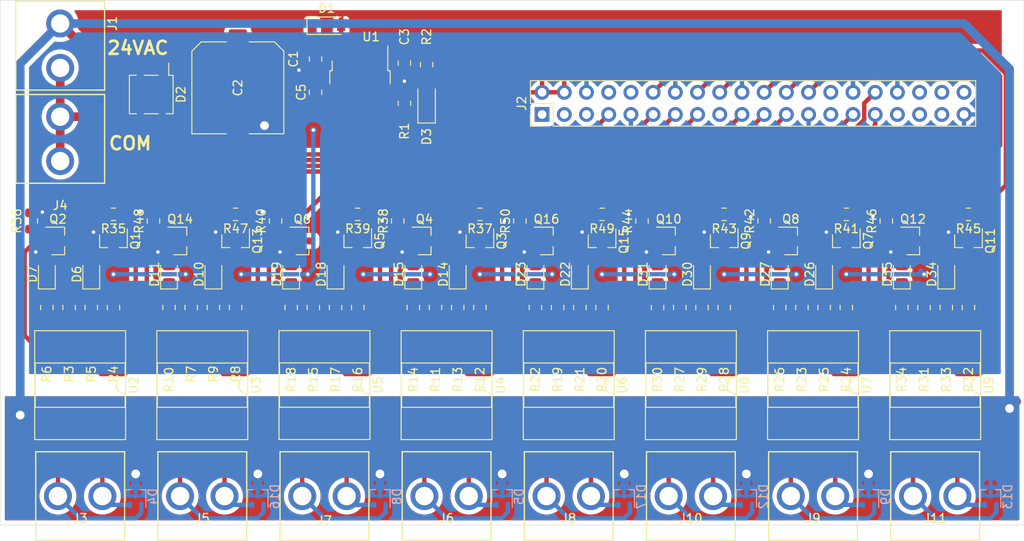
<source format=kicad_pcb>
(kicad_pcb (version 20171130) (host pcbnew "(5.1.5)-3")
  (layers (0 F.Cu signal) (31 B.Cu signal) (34 B.Paste user) (35 F.Paste user) (36 B.SilkS user) (37 F.SilkS user) (38 B.Mask user) (39 F.Mask user) (44 Edge.Cuts user))
  (net 0 "")
  (net 1 +VDC)
  (net 2 GND)
  (net 3 "Net-(C3-Pad1)")
  (net 4 +5V)
  (net 5 VAC-)
  (net 6 VAC+)
  (net 7 "Net-(D4-Pad1)")
  (net 8 "Net-(D5-Pad2)")
  (net 9 "Net-(D6-Pad1)")
  (net 10 "Net-(D8-Pad1)")
  (net 11 "Net-(D9-Pad2)")
  (net 12 "Net-(D10-Pad1)")
  (net 13 "Net-(D12-Pad1)")
  (net 14 "Net-(D13-Pad2)")
  (net 15 "Net-(D14-Pad1)")
  (net 16 "Net-(D16-Pad1)")
  (net 17 "Net-(D17-Pad2)")
  (net 18 "Net-(D19-Pad1)")
  (net 19 "Net-(D22-Pad1)")
  (net 20 "Net-(D23-Pad1)")
  (net 21 "Net-(D26-Pad1)")
  (net 22 "Net-(D27-Pad1)")
  (net 23 "Net-(D30-Pad1)")
  (net 24 "Net-(D31-Pad1)")
  (net 25 "Net-(D34-Pad1)")
  (net 26 "Net-(D35-Pad1)")
  (net 27 "Net-(J2-Pad40)")
  (net 28 "Net-(J2-Pad38)")
  (net 29 "Net-(J2-Pad37)")
  (net 30 "Net-(J2-Pad36)")
  (net 31 "Net-(J2-Pad35)")
  (net 32 "Net-(J2-Pad33)")
  (net 33 "Net-(J2-Pad28)")
  (net 34 "Net-(J2-Pad27)")
  (net 35 "Net-(J2-Pad17)")
  (net 36 "Net-(J2-Pad10)")
  (net 37 "Net-(J2-Pad8)")
  (net 38 "Net-(J2-Pad5)")
  (net 39 "Net-(J2-Pad3)")
  (net 40 "Net-(J2-Pad1)")
  (net 41 "Net-(R3-Pad1)")
  (net 42 "Net-(R4-Pad1)")
  (net 43 "Net-(R7-Pad1)")
  (net 44 "Net-(R8-Pad1)")
  (net 45 "Net-(R11-Pad1)")
  (net 46 "Net-(R12-Pad1)")
  (net 47 "Net-(R15-Pad1)")
  (net 48 "Net-(R16-Pad1)")
  (net 49 "Net-(D7-Pad1)")
  (net 50 "Net-(D11-Pad1)")
  (net 51 "Net-(D15-Pad1)")
  (net 52 "Net-(D18-Pad1)")
  (net 53 /sheet5ED885F3/C_1)
  (net 54 "Net-(R19-Pad1)")
  (net 55 "Net-(R20-Pad1)")
  (net 56 "Net-(R23-Pad1)")
  (net 57 "Net-(R24-Pad1)")
  (net 58 "Net-(R27-Pad1)")
  (net 59 "Net-(R28-Pad1)")
  (net 60 "Net-(R31-Pad1)")
  (net 61 "Net-(R32-Pad1)")
  (net 62 "Net-(D4-Pad2)")
  (net 63 "Net-(D16-Pad2)")
  (net 64 "Net-(D5-Pad1)")
  (net 65 "Net-(D8-Pad2)")
  (net 66 "Net-(D17-Pad1)")
  (net 67 "Net-(D9-Pad1)")
  (net 68 "Net-(D12-Pad2)")
  (net 69 "Net-(D13-Pad1)")
  (net 70 "Net-(Q1-Pad3)")
  (net 71 "Net-(Q2-Pad3)")
  (net 72 "Net-(Q3-Pad3)")
  (net 73 "Net-(Q4-Pad3)")
  (net 74 "Net-(Q5-Pad3)")
  (net 75 "Net-(Q6-Pad3)")
  (net 76 "Net-(Q7-Pad3)")
  (net 77 "Net-(Q8-Pad3)")
  (net 78 "Net-(Q9-Pad3)")
  (net 79 "Net-(Q10-Pad3)")
  (net 80 "Net-(Q11-Pad3)")
  (net 81 "Net-(Q12-Pad3)")
  (net 82 "Net-(Q13-Pad3)")
  (net 83 "Net-(Q14-Pad3)")
  (net 84 "Net-(Q15-Pad3)")
  (net 85 "Net-(Q16-Pad3)")
  (net 86 /Channel_15)
  (net 87 /Channel_16)
  (net 88 /Channel_7)
  (net 89 /Channel_13)
  (net 90 /Channel_8)
  (net 91 /Channel_11)
  (net 92 /Channel_5)
  (net 93 /Channel_6)
  (net 94 /Channel_12)
  (net 95 /Channel_9)
  (net 96 /Channel_3)
  (net 97 /Channel_4)
  (net 98 /Channel_10)
  (net 99 /Channel_1)
  (net 100 /Channel_2)
  (module Resistor_SMD:R_0805_2012Metric (layer F.Cu) (at 141.732 100.584 90)
    (fp_text reference R50 (at 0 -1.65 90) (layer F.SilkS))
    (fp_text value 10K)
    (pad 2 smd roundrect (at 0.9375 0 90) (size 0.975 1.4) (layers F.Cu F.Paste F.Mask) (net 2 GND))
    (pad 1 smd roundrect (at -0.9375 0 90) (size 0.975 1.4) (layers F.Cu F.Paste F.Mask) (net 89 /Channel_13))
  )
  (module Resistor_SMD:R_0805_2012Metric (layer F.Cu) (at 151.13 99.822 180)
    (fp_text reference R49 (at 0 -1.65) (layer F.SilkS))
    (fp_text value 10K)
    (pad 2 smd roundrect (at 0.9375 0 180) (size 0.975 1.4) (layers F.Cu F.Paste F.Mask) (net 2 GND))
    (pad 1 smd roundrect (at -0.9375 0 180) (size 0.975 1.4) (layers F.Cu F.Paste F.Mask) (net 53 /sheet5ED885F3/C_1))
  )
  (module Resistor_SMD:R_0805_2012Metric (layer F.Cu) (at 99.822 100.584 90)
    (fp_text reference R48 (at 0 -1.65 90) (layer F.SilkS))
    (fp_text value 10K)
    (pad 2 smd roundrect (at 0.9375 0 90) (size 0.975 1.4) (layers F.Cu F.Paste F.Mask) (net 2 GND))
    (pad 1 smd roundrect (at -0.9375 0 90) (size 0.975 1.4) (layers F.Cu F.Paste F.Mask) (net 97 /Channel_4))
  )
  (module Resistor_SMD:R_0805_2012Metric (layer F.Cu) (at 109.22 99.822 180)
    (fp_text reference R47 (at 0 -1.65) (layer F.SilkS))
    (fp_text value 10K)
    (pad 2 smd roundrect (at 0.9375 0 180) (size 0.975 1.4) (layers F.Cu F.Paste F.Mask) (net 2 GND))
    (pad 1 smd roundrect (at -0.9375 0 180) (size 0.975 1.4) (layers F.Cu F.Paste F.Mask) (net 96 /Channel_3))
  )
  (module Resistor_SMD:R_0805_2012Metric (layer F.Cu) (at 183.642 100.584 90)
    (fp_text reference R46 (at 0 -1.65 90) (layer F.SilkS))
    (fp_text value 10K)
    (pad 2 smd roundrect (at 0.9375 0 90) (size 0.975 1.4) (layers F.Cu F.Paste F.Mask) (net 2 GND))
    (pad 1 smd roundrect (at -0.9375 0 90) (size 0.975 1.4) (layers F.Cu F.Paste F.Mask) (net 95 /Channel_9))
  )
  (module Resistor_SMD:R_0805_2012Metric (layer F.Cu) (at 193.04 99.822 180)
    (fp_text reference R45 (at 0 -1.65) (layer F.SilkS))
    (fp_text value 10K)
    (pad 2 smd roundrect (at 0.9375 0 180) (size 0.975 1.4) (layers F.Cu F.Paste F.Mask) (net 2 GND))
    (pad 1 smd roundrect (at -0.9375 0 180) (size 0.975 1.4) (layers F.Cu F.Paste F.Mask) (net 98 /Channel_10))
  )
  (module Resistor_SMD:R_0805_2012Metric (layer F.Cu) (at 155.702 100.584 90)
    (fp_text reference R44 (at 0 -1.65 90) (layer F.SilkS))
    (fp_text value 10K)
    (pad 2 smd roundrect (at 0.9375 0 90) (size 0.975 1.4) (layers F.Cu F.Paste F.Mask) (net 2 GND))
    (pad 1 smd roundrect (at -0.9375 0 90) (size 0.975 1.4) (layers F.Cu F.Paste F.Mask) (net 91 /Channel_11))
  )
  (module Resistor_SMD:R_0805_2012Metric (layer F.Cu) (at 165.1 99.822 180)
    (fp_text reference R43 (at 0 -1.65) (layer F.SilkS))
    (fp_text value 10K)
    (pad 2 smd roundrect (at 0.9375 0 180) (size 0.975 1.4) (layers F.Cu F.Paste F.Mask) (net 2 GND))
    (pad 1 smd roundrect (at -0.9375 0 180) (size 0.975 1.4) (layers F.Cu F.Paste F.Mask) (net 94 /Channel_12))
  )
  (module Resistor_SMD:R_0805_2012Metric (layer F.Cu) (at 169.672 100.584 90)
    (fp_text reference R42 (at 0 -1.65 90) (layer F.SilkS))
    (fp_text value 10K)
    (pad 2 smd roundrect (at 0.9375 0 90) (size 0.975 1.4) (layers F.Cu F.Paste F.Mask) (net 2 GND))
    (pad 1 smd roundrect (at -0.9375 0 90) (size 0.975 1.4) (layers F.Cu F.Paste F.Mask) (net 86 /Channel_15))
  )
  (module Resistor_SMD:R_0805_2012Metric (layer F.Cu) (at 179.07 99.822 180)
    (fp_text reference R41 (at 0 -1.65) (layer F.SilkS))
    (fp_text value 10K)
    (pad 2 smd roundrect (at 0.9375 0 180) (size 0.975 1.4) (layers F.Cu F.Paste F.Mask) (net 2 GND))
    (pad 1 smd roundrect (at -0.9375 0 180) (size 0.975 1.4) (layers F.Cu F.Paste F.Mask) (net 87 /Channel_16))
  )
  (module Resistor_SMD:R_0805_2012Metric (layer F.Cu) (at 113.792 100.584 90)
    (fp_text reference R40 (at 0 -1.65 90) (layer F.SilkS))
    (fp_text value 10K)
    (pad 2 smd roundrect (at 0.9375 0 90) (size 0.975 1.4) (layers F.Cu F.Paste F.Mask) (net 2 GND))
    (pad 1 smd roundrect (at -0.9375 0 90) (size 0.975 1.4) (layers F.Cu F.Paste F.Mask) (net 93 /Channel_6))
  )
  (module Resistor_SMD:R_0805_2012Metric (layer F.Cu) (at 123.19 99.822 180)
    (fp_text reference R39 (at 0 -1.65) (layer F.SilkS))
    (fp_text value 10K)
    (pad 2 smd roundrect (at 0.9375 0 180) (size 0.975 1.4) (layers F.Cu F.Paste F.Mask) (net 2 GND))
    (pad 1 smd roundrect (at -0.9375 0 180) (size 0.975 1.4) (layers F.Cu F.Paste F.Mask) (net 92 /Channel_5))
  )
  (module Resistor_SMD:R_0805_2012Metric (layer F.Cu) (at 127.762 100.584 90)
    (fp_text reference R38 (at 0 -1.65 90) (layer F.SilkS))
    (fp_text value 10K)
    (pad 2 smd roundrect (at 0.9375 0 90) (size 0.975 1.4) (layers F.Cu F.Paste F.Mask) (net 2 GND))
    (pad 1 smd roundrect (at -0.9375 0 90) (size 0.975 1.4) (layers F.Cu F.Paste F.Mask) (net 90 /Channel_8))
  )
  (module Resistor_SMD:R_0805_2012Metric (layer F.Cu) (at 137.16 99.822 180)
    (fp_text reference R37 (at 0 -1.65) (layer F.SilkS))
    (fp_text value 10K)
    (pad 2 smd roundrect (at 0.9375 0 180) (size 0.975 1.4) (layers F.Cu F.Paste F.Mask) (net 2 GND))
    (pad 1 smd roundrect (at -0.9375 0 180) (size 0.975 1.4) (layers F.Cu F.Paste F.Mask) (net 88 /Channel_7))
  )
  (module Resistor_SMD:R_0805_2012Metric (layer F.Cu) (at 85.852 100.584 90)
    (fp_text reference R36 (at 0 -1.65 90) (layer F.SilkS))
    (fp_text value 10K)
    (pad 2 smd roundrect (at 0.9375 0 90) (size 0.975 1.4) (layers F.Cu F.Paste F.Mask) (net 2 GND))
    (pad 1 smd roundrect (at -0.9375 0 90) (size 0.975 1.4) (layers F.Cu F.Paste F.Mask) (net 100 /Channel_2))
  )
  (module Resistor_SMD:R_0805_2012Metric (layer F.Cu) (at 95.25 99.822 180)
    (fp_text reference R35 (at 0 -1.65) (layer F.SilkS))
    (fp_text value 10K)
    (pad 2 smd roundrect (at 0.9375 0 180) (size 0.975 1.4) (layers F.Cu F.Paste F.Mask) (net 2 GND))
    (pad 1 smd roundrect (at -0.9375 0 180) (size 0.975 1.4) (layers F.Cu F.Paste F.Mask) (net 99 /Channel_1))
  )
  (module Package_TO_SOT_SMD:SOT-23 (layer F.Cu) (at 144.78 102.87)
    (fp_text reference Q16 (at 0 -2.5) (layer F.SilkS))
    (fp_text value Q_NMOS_GSD)
    (pad 3 smd rect (at 1 0) (size 0.9 0.8) (layers F.Cu F.Paste F.Mask) (net 85 "Net-(Q16-Pad3)"))
    (pad 2 smd rect (at -1 0.95) (size 0.9 0.8) (layers F.Cu F.Paste F.Mask) (net 2 GND))
    (pad 1 smd rect (at -1 -0.95) (size 0.9 0.8) (layers F.Cu F.Paste F.Mask) (net 89 /Channel_13))
  )
  (module Package_TO_SOT_SMD:SOT-23 (layer F.Cu) (at 151.13 102.87 270)
    (fp_text reference Q15 (at 0 -2.5 90) (layer F.SilkS))
    (fp_text value Q_NMOS_GSD)
    (pad 3 smd rect (at 1 0 270) (size 0.9 0.8) (layers F.Cu F.Paste F.Mask) (net 84 "Net-(Q15-Pad3)"))
    (pad 2 smd rect (at -1 0.95 270) (size 0.9 0.8) (layers F.Cu F.Paste F.Mask) (net 2 GND))
    (pad 1 smd rect (at -1 -0.95 270) (size 0.9 0.8) (layers F.Cu F.Paste F.Mask) (net 53 /sheet5ED885F3/C_1))
  )
  (module Package_TO_SOT_SMD:SOT-23 (layer F.Cu) (at 102.87 102.87)
    (fp_text reference Q14 (at 0 -2.5) (layer F.SilkS))
    (fp_text value Q_NMOS_GSD)
    (pad 3 smd rect (at 1 0) (size 0.9 0.8) (layers F.Cu F.Paste F.Mask) (net 83 "Net-(Q14-Pad3)"))
    (pad 2 smd rect (at -1 0.95) (size 0.9 0.8) (layers F.Cu F.Paste F.Mask) (net 2 GND))
    (pad 1 smd rect (at -1 -0.95) (size 0.9 0.8) (layers F.Cu F.Paste F.Mask) (net 97 /Channel_4))
  )
  (module Package_TO_SOT_SMD:SOT-23 (layer F.Cu) (at 109.22 102.87 270)
    (fp_text reference Q13 (at 0 -2.5 90) (layer F.SilkS))
    (fp_text value Q_NMOS_GSD)
    (pad 3 smd rect (at 1 0 270) (size 0.9 0.8) (layers F.Cu F.Paste F.Mask) (net 82 "Net-(Q13-Pad3)"))
    (pad 2 smd rect (at -1 0.95 270) (size 0.9 0.8) (layers F.Cu F.Paste F.Mask) (net 2 GND))
    (pad 1 smd rect (at -1 -0.95 270) (size 0.9 0.8) (layers F.Cu F.Paste F.Mask) (net 96 /Channel_3))
  )
  (module Package_TO_SOT_SMD:SOT-23 (layer F.Cu) (at 186.69 102.87)
    (fp_text reference Q12 (at 0 -2.5) (layer F.SilkS))
    (fp_text value Q_NMOS_GSD)
    (pad 3 smd rect (at 1 0) (size 0.9 0.8) (layers F.Cu F.Paste F.Mask) (net 81 "Net-(Q12-Pad3)"))
    (pad 2 smd rect (at -1 0.95) (size 0.9 0.8) (layers F.Cu F.Paste F.Mask) (net 2 GND))
    (pad 1 smd rect (at -1 -0.95) (size 0.9 0.8) (layers F.Cu F.Paste F.Mask) (net 95 /Channel_9))
  )
  (module Package_TO_SOT_SMD:SOT-23 (layer F.Cu) (at 193.04 102.87 270)
    (fp_text reference Q11 (at 0 -2.5 90) (layer F.SilkS))
    (fp_text value Q_NMOS_GSD)
    (pad 3 smd rect (at 1 0 270) (size 0.9 0.8) (layers F.Cu F.Paste F.Mask) (net 80 "Net-(Q11-Pad3)"))
    (pad 2 smd rect (at -1 0.95 270) (size 0.9 0.8) (layers F.Cu F.Paste F.Mask) (net 2 GND))
    (pad 1 smd rect (at -1 -0.95 270) (size 0.9 0.8) (layers F.Cu F.Paste F.Mask) (net 98 /Channel_10))
  )
  (module Package_TO_SOT_SMD:SOT-23 (layer F.Cu) (at 158.75 102.87)
    (fp_text reference Q10 (at 0 -2.5) (layer F.SilkS))
    (fp_text value Q_NMOS_GSD)
    (pad 3 smd rect (at 1 0) (size 0.9 0.8) (layers F.Cu F.Paste F.Mask) (net 79 "Net-(Q10-Pad3)"))
    (pad 2 smd rect (at -1 0.95) (size 0.9 0.8) (layers F.Cu F.Paste F.Mask) (net 2 GND))
    (pad 1 smd rect (at -1 -0.95) (size 0.9 0.8) (layers F.Cu F.Paste F.Mask) (net 91 /Channel_11))
  )
  (module Package_TO_SOT_SMD:SOT-23 (layer F.Cu) (at 165.1 102.87 270)
    (fp_text reference Q9 (at 0 -2.5 90) (layer F.SilkS))
    (fp_text value Q_NMOS_GSD)
    (pad 3 smd rect (at 1 0 270) (size 0.9 0.8) (layers F.Cu F.Paste F.Mask) (net 78 "Net-(Q9-Pad3)"))
    (pad 2 smd rect (at -1 0.95 270) (size 0.9 0.8) (layers F.Cu F.Paste F.Mask) (net 2 GND))
    (pad 1 smd rect (at -1 -0.95 270) (size 0.9 0.8) (layers F.Cu F.Paste F.Mask) (net 94 /Channel_12))
  )
  (module Package_TO_SOT_SMD:SOT-23 (layer F.Cu) (at 172.72 102.87)
    (fp_text reference Q8 (at 0 -2.5) (layer F.SilkS))
    (fp_text value Q_NMOS_GSD)
    (pad 3 smd rect (at 1 0) (size 0.9 0.8) (layers F.Cu F.Paste F.Mask) (net 77 "Net-(Q8-Pad3)"))
    (pad 2 smd rect (at -1 0.95) (size 0.9 0.8) (layers F.Cu F.Paste F.Mask) (net 2 GND))
    (pad 1 smd rect (at -1 -0.95) (size 0.9 0.8) (layers F.Cu F.Paste F.Mask) (net 86 /Channel_15))
  )
  (module Package_TO_SOT_SMD:SOT-23 (layer F.Cu) (at 179.07 102.87 270)
    (fp_text reference Q7 (at 0 -2.5 90) (layer F.SilkS))
    (fp_text value Q_NMOS_GSD)
    (pad 3 smd rect (at 1 0 270) (size 0.9 0.8) (layers F.Cu F.Paste F.Mask) (net 76 "Net-(Q7-Pad3)"))
    (pad 2 smd rect (at -1 0.95 270) (size 0.9 0.8) (layers F.Cu F.Paste F.Mask) (net 2 GND))
    (pad 1 smd rect (at -1 -0.95 270) (size 0.9 0.8) (layers F.Cu F.Paste F.Mask) (net 87 /Channel_16))
  )
  (module Package_TO_SOT_SMD:SOT-23 (layer F.Cu) (at 116.84 102.87)
    (fp_text reference Q6 (at 0 -2.5) (layer F.SilkS))
    (fp_text value Q_NMOS_GSD)
    (pad 3 smd rect (at 1 0) (size 0.9 0.8) (layers F.Cu F.Paste F.Mask) (net 75 "Net-(Q6-Pad3)"))
    (pad 2 smd rect (at -1 0.95) (size 0.9 0.8) (layers F.Cu F.Paste F.Mask) (net 2 GND))
    (pad 1 smd rect (at -1 -0.95) (size 0.9 0.8) (layers F.Cu F.Paste F.Mask) (net 93 /Channel_6))
  )
  (module Package_TO_SOT_SMD:SOT-23 (layer F.Cu) (at 123.19 102.87 270)
    (fp_text reference Q5 (at 0 -2.5 90) (layer F.SilkS))
    (fp_text value Q_NMOS_GSD)
    (pad 3 smd rect (at 1 0 270) (size 0.9 0.8) (layers F.Cu F.Paste F.Mask) (net 74 "Net-(Q5-Pad3)"))
    (pad 2 smd rect (at -1 0.95 270) (size 0.9 0.8) (layers F.Cu F.Paste F.Mask) (net 2 GND))
    (pad 1 smd rect (at -1 -0.95 270) (size 0.9 0.8) (layers F.Cu F.Paste F.Mask) (net 92 /Channel_5))
  )
  (module Package_TO_SOT_SMD:SOT-23 (layer F.Cu) (at 130.81 102.87)
    (fp_text reference Q4 (at 0 -2.5) (layer F.SilkS))
    (fp_text value Q_NMOS_GSD)
    (pad 3 smd rect (at 1 0) (size 0.9 0.8) (layers F.Cu F.Paste F.Mask) (net 73 "Net-(Q4-Pad3)"))
    (pad 2 smd rect (at -1 0.95) (size 0.9 0.8) (layers F.Cu F.Paste F.Mask) (net 2 GND))
    (pad 1 smd rect (at -1 -0.95) (size 0.9 0.8) (layers F.Cu F.Paste F.Mask) (net 90 /Channel_8))
  )
  (module Package_TO_SOT_SMD:SOT-23 (layer F.Cu) (at 137.16 102.87 270)
    (fp_text reference Q3 (at 0 -2.5 90) (layer F.SilkS))
    (fp_text value Q_NMOS_GSD)
    (pad 3 smd rect (at 1 0 270) (size 0.9 0.8) (layers F.Cu F.Paste F.Mask) (net 72 "Net-(Q3-Pad3)"))
    (pad 2 smd rect (at -1 0.95 270) (size 0.9 0.8) (layers F.Cu F.Paste F.Mask) (net 2 GND))
    (pad 1 smd rect (at -1 -0.95 270) (size 0.9 0.8) (layers F.Cu F.Paste F.Mask) (net 88 /Channel_7))
  )
  (module Package_TO_SOT_SMD:SOT-23 (layer F.Cu) (at 88.9 102.87)
    (fp_text reference Q2 (at 0 -2.5) (layer F.SilkS))
    (fp_text value Q_NMOS_GSD)
    (pad 3 smd rect (at 1 0) (size 0.9 0.8) (layers F.Cu F.Paste F.Mask) (net 71 "Net-(Q2-Pad3)"))
    (pad 2 smd rect (at -1 0.95) (size 0.9 0.8) (layers F.Cu F.Paste F.Mask) (net 2 GND))
    (pad 1 smd rect (at -1 -0.95) (size 0.9 0.8) (layers F.Cu F.Paste F.Mask) (net 100 /Channel_2))
  )
  (module Package_TO_SOT_SMD:SOT-23 (layer F.Cu) (at 95.25 102.87 270)
    (fp_text reference Q1 (at 0 -2.5 90) (layer F.SilkS))
    (fp_text value Q_NMOS_GSD)
    (pad 3 smd rect (at 1 0 270) (size 0.9 0.8) (layers F.Cu F.Paste F.Mask) (net 70 "Net-(Q1-Pad3)"))
    (pad 2 smd rect (at -1 0.95 270) (size 0.9 0.8) (layers F.Cu F.Paste F.Mask) (net 2 GND))
    (pad 1 smd rect (at -1 -0.95 270) (size 0.9 0.8) (layers F.Cu F.Paste F.Mask) (net 99 /Channel_1))
  )
  (module Package_TO_SOT_SMD:SOT-323_SC-70 (layer B.Cu) (at 153.67 132.08 90)
    (fp_text reference D17 (at -0.05 1.95 90) (layer B.SilkS) (effects (justify mirror)))
    (fp_text value PESD1CAN-U)
    (pad 3 smd rect (at 1 0 180) (size 0.45 0.7) (layers B.Cu B.Paste B.Mask) (net 5 VAC-))
    (pad 2 smd rect (at -1 -0.65 180) (size 0.45 0.7) (layers B.Cu B.Paste B.Mask) (net 17 "Net-(D17-Pad2)"))
    (pad 1 smd rect (at -1 0.65 180) (size 0.45 0.7) (layers B.Cu B.Paste B.Mask) (net 66 "Net-(D17-Pad1)"))
  )
  (module Package_TO_SOT_SMD:SOT-323_SC-70 (layer B.Cu) (at 111.76 132.08 90)
    (fp_text reference D16 (at -0.05 1.95 90) (layer B.SilkS) (effects (justify mirror)))
    (fp_text value PESD1CAN-U)
    (pad 3 smd rect (at 1 0 180) (size 0.45 0.7) (layers B.Cu B.Paste B.Mask) (net 5 VAC-))
    (pad 2 smd rect (at -1 -0.65 180) (size 0.45 0.7) (layers B.Cu B.Paste B.Mask) (net 63 "Net-(D16-Pad2)"))
    (pad 1 smd rect (at -1 0.65 180) (size 0.45 0.7) (layers B.Cu B.Paste B.Mask) (net 16 "Net-(D16-Pad1)"))
  )
  (module Package_TO_SOT_SMD:SOT-323_SC-70 (layer B.Cu) (at 195.58 132.08 90)
    (fp_text reference D13 (at -0.05 1.95 90) (layer B.SilkS) (effects (justify mirror)))
    (fp_text value PESD1CAN-U)
    (pad 3 smd rect (at 1 0 180) (size 0.45 0.7) (layers B.Cu B.Paste B.Mask) (net 5 VAC-))
    (pad 2 smd rect (at -1 -0.65 180) (size 0.45 0.7) (layers B.Cu B.Paste B.Mask) (net 14 "Net-(D13-Pad2)"))
    (pad 1 smd rect (at -1 0.65 180) (size 0.45 0.7) (layers B.Cu B.Paste B.Mask) (net 69 "Net-(D13-Pad1)"))
  )
  (module Package_TO_SOT_SMD:SOT-323_SC-70 (layer B.Cu) (at 167.64 132.08 90)
    (fp_text reference D12 (at -0.05 1.95 90) (layer B.SilkS) (effects (justify mirror)))
    (fp_text value PESD1CAN-U)
    (pad 3 smd rect (at 1 0 180) (size 0.45 0.7) (layers B.Cu B.Paste B.Mask) (net 5 VAC-))
    (pad 2 smd rect (at -1 -0.65 180) (size 0.45 0.7) (layers B.Cu B.Paste B.Mask) (net 68 "Net-(D12-Pad2)"))
    (pad 1 smd rect (at -1 0.65 180) (size 0.45 0.7) (layers B.Cu B.Paste B.Mask) (net 13 "Net-(D12-Pad1)"))
  )
  (module Package_TO_SOT_SMD:SOT-323_SC-70 (layer B.Cu) (at 181.61 132.08 90)
    (fp_text reference D9 (at -0.05 1.95 90) (layer B.SilkS) (effects (justify mirror)))
    (fp_text value PESD1CAN-U)
    (pad 3 smd rect (at 1 0 180) (size 0.45 0.7) (layers B.Cu B.Paste B.Mask) (net 5 VAC-))
    (pad 2 smd rect (at -1 -0.65 180) (size 0.45 0.7) (layers B.Cu B.Paste B.Mask) (net 11 "Net-(D9-Pad2)"))
    (pad 1 smd rect (at -1 0.65 180) (size 0.45 0.7) (layers B.Cu B.Paste B.Mask) (net 67 "Net-(D9-Pad1)"))
  )
  (module Package_TO_SOT_SMD:SOT-323_SC-70 (layer B.Cu) (at 125.73 132.08 90)
    (fp_text reference D8 (at -0.05 1.95 90) (layer B.SilkS) (effects (justify mirror)))
    (fp_text value PESD1CAN-U)
    (pad 3 smd rect (at 1 0 180) (size 0.45 0.7) (layers B.Cu B.Paste B.Mask) (net 5 VAC-))
    (pad 2 smd rect (at -1 -0.65 180) (size 0.45 0.7) (layers B.Cu B.Paste B.Mask) (net 65 "Net-(D8-Pad2)"))
    (pad 1 smd rect (at -1 0.65 180) (size 0.45 0.7) (layers B.Cu B.Paste B.Mask) (net 10 "Net-(D8-Pad1)"))
  )
  (module Package_TO_SOT_SMD:SOT-323_SC-70 (layer B.Cu) (at 139.7 132.08 90)
    (fp_text reference D5 (at -0.05 1.95 270) (layer B.SilkS) (effects (justify mirror)))
    (fp_text value PESD1CAN-U)
    (pad 3 smd rect (at 1 0 180) (size 0.45 0.7) (layers B.Cu B.Paste B.Mask) (net 5 VAC-))
    (pad 2 smd rect (at -1 -0.65 180) (size 0.45 0.7) (layers B.Cu B.Paste B.Mask) (net 8 "Net-(D5-Pad2)"))
    (pad 1 smd rect (at -1 0.65 180) (size 0.45 0.7) (layers B.Cu B.Paste B.Mask) (net 64 "Net-(D5-Pad1)"))
  )
  (module Package_TO_SOT_SMD:SOT-323_SC-70 (layer B.Cu) (at 97.79 132.08 90)
    (fp_text reference D4 (at -0.05 1.95 90) (layer B.SilkS) (effects (justify mirror)))
    (fp_text value PESD1CAN-U)
    (pad 3 smd rect (at 1 0 180) (size 0.45 0.7) (layers B.Cu B.Paste B.Mask) (net 5 VAC-))
    (pad 2 smd rect (at -1 -0.65 180) (size 0.45 0.7) (layers B.Cu B.Paste B.Mask) (net 62 "Net-(D4-Pad2)"))
    (pad 1 smd rect (at -1 0.65 180) (size 0.45 0.7) (layers B.Cu B.Paste B.Mask) (net 7 "Net-(D4-Pad1)"))
  )
  (module "Sprinkler Controller Parts:Terminal_2P_5mm" (layer F.Cu) (at 89.154 91.186)
    (fp_text reference J4 (at 0 7.62) (layer F.SilkS))
    (fp_text value Conn_01x02)
    (pad 2 thru_hole circle (at 0 2.54) (size 3.2 3.2) (drill 2.1) (layers *.Cu *.Mask) (net 6 VAC+))
    (pad 1 thru_hole circle (at 0 -2.54) (size 3.2 3.2) (drill 2.1) (layers *.Cu *.Mask) (net 6 VAC+))
  )
  (module Package_DIP:DIP-8_W8.89mm_SMDSocket_LongPads (layer F.Cu) (at 189.23 119.38 270)
    (fp_text reference U9 (at 0 -6.14 90) (layer F.SilkS))
    (fp_text value G3VM-62F1)
    (pad 8 smd rect (at 4.445 -3.81 270) (size 3.1 1.6) (layers F.Cu F.Paste F.Mask) (net 5 VAC-))
    (pad 4 smd rect (at -4.445 3.81 270) (size 3.1 1.6) (layers F.Cu F.Paste F.Mask) (net 81 "Net-(Q12-Pad3)"))
    (pad 7 smd rect (at 4.445 -1.27 270) (size 3.1 1.6) (layers F.Cu F.Paste F.Mask) (net 14 "Net-(D13-Pad2)"))
    (pad 3 smd rect (at -4.445 1.27 270) (size 3.1 1.6) (layers F.Cu F.Paste F.Mask) (net 60 "Net-(R31-Pad1)"))
    (pad 6 smd rect (at 4.445 1.27 270) (size 3.1 1.6) (layers F.Cu F.Paste F.Mask) (net 69 "Net-(D13-Pad1)"))
    (pad 2 smd rect (at -4.445 -1.27 270) (size 3.1 1.6) (layers F.Cu F.Paste F.Mask) (net 80 "Net-(Q11-Pad3)"))
    (pad 5 smd rect (at 4.445 3.81 270) (size 3.1 1.6) (layers F.Cu F.Paste F.Mask) (net 5 VAC-))
    (pad 1 smd rect (at -4.445 -3.81 270) (size 3.1 1.6) (layers F.Cu F.Paste F.Mask) (net 61 "Net-(R32-Pad1)"))
  )
  (module Package_DIP:DIP-8_W8.89mm_SMDSocket_LongPads (layer F.Cu) (at 161.29 119.38 270)
    (fp_text reference U8 (at 0 -6.14 90) (layer F.SilkS))
    (fp_text value G3VM-62F1)
    (pad 8 smd rect (at 4.445 -3.81 270) (size 3.1 1.6) (layers F.Cu F.Paste F.Mask) (net 5 VAC-))
    (pad 4 smd rect (at -4.445 3.81 270) (size 3.1 1.6) (layers F.Cu F.Paste F.Mask) (net 79 "Net-(Q10-Pad3)"))
    (pad 7 smd rect (at 4.445 -1.27 270) (size 3.1 1.6) (layers F.Cu F.Paste F.Mask) (net 68 "Net-(D12-Pad2)"))
    (pad 3 smd rect (at -4.445 1.27 270) (size 3.1 1.6) (layers F.Cu F.Paste F.Mask) (net 58 "Net-(R27-Pad1)"))
    (pad 6 smd rect (at 4.445 1.27 270) (size 3.1 1.6) (layers F.Cu F.Paste F.Mask) (net 13 "Net-(D12-Pad1)"))
    (pad 2 smd rect (at -4.445 -1.27 270) (size 3.1 1.6) (layers F.Cu F.Paste F.Mask) (net 78 "Net-(Q9-Pad3)"))
    (pad 5 smd rect (at 4.445 3.81 270) (size 3.1 1.6) (layers F.Cu F.Paste F.Mask) (net 5 VAC-))
    (pad 1 smd rect (at -4.445 -3.81 270) (size 3.1 1.6) (layers F.Cu F.Paste F.Mask) (net 59 "Net-(R28-Pad1)"))
  )
  (module Package_DIP:DIP-8_W8.89mm_SMDSocket_LongPads (layer F.Cu) (at 175.26 119.38 270)
    (fp_text reference U7 (at 0 -6.14 90) (layer F.SilkS))
    (fp_text value G3VM-62F1)
    (pad 8 smd rect (at 4.445 -3.81 270) (size 3.1 1.6) (layers F.Cu F.Paste F.Mask) (net 5 VAC-))
    (pad 4 smd rect (at -4.445 3.81 270) (size 3.1 1.6) (layers F.Cu F.Paste F.Mask) (net 77 "Net-(Q8-Pad3)"))
    (pad 7 smd rect (at 4.445 -1.27 270) (size 3.1 1.6) (layers F.Cu F.Paste F.Mask) (net 11 "Net-(D9-Pad2)"))
    (pad 3 smd rect (at -4.445 1.27 270) (size 3.1 1.6) (layers F.Cu F.Paste F.Mask) (net 56 "Net-(R23-Pad1)"))
    (pad 6 smd rect (at 4.445 1.27 270) (size 3.1 1.6) (layers F.Cu F.Paste F.Mask) (net 67 "Net-(D9-Pad1)"))
    (pad 2 smd rect (at -4.445 -1.27 270) (size 3.1 1.6) (layers F.Cu F.Paste F.Mask) (net 76 "Net-(Q7-Pad3)"))
    (pad 5 smd rect (at 4.445 3.81 270) (size 3.1 1.6) (layers F.Cu F.Paste F.Mask) (net 5 VAC-))
    (pad 1 smd rect (at -4.445 -3.81 270) (size 3.1 1.6) (layers F.Cu F.Paste F.Mask) (net 57 "Net-(R24-Pad1)"))
  )
  (module Package_DIP:DIP-8_W8.89mm_SMDSocket_LongPads (layer F.Cu) (at 147.32 119.38 270)
    (fp_text reference U6 (at 0 -6.14 90) (layer F.SilkS))
    (fp_text value G3VM-62F1)
    (pad 8 smd rect (at 4.445 -3.81 270) (size 3.1 1.6) (layers F.Cu F.Paste F.Mask) (net 5 VAC-))
    (pad 4 smd rect (at -4.445 3.81 270) (size 3.1 1.6) (layers F.Cu F.Paste F.Mask) (net 85 "Net-(Q16-Pad3)"))
    (pad 7 smd rect (at 4.445 -1.27 270) (size 3.1 1.6) (layers F.Cu F.Paste F.Mask) (net 17 "Net-(D17-Pad2)"))
    (pad 3 smd rect (at -4.445 1.27 270) (size 3.1 1.6) (layers F.Cu F.Paste F.Mask) (net 54 "Net-(R19-Pad1)"))
    (pad 6 smd rect (at 4.445 1.27 270) (size 3.1 1.6) (layers F.Cu F.Paste F.Mask) (net 66 "Net-(D17-Pad1)"))
    (pad 2 smd rect (at -4.445 -1.27 270) (size 3.1 1.6) (layers F.Cu F.Paste F.Mask) (net 84 "Net-(Q15-Pad3)"))
    (pad 5 smd rect (at 4.445 3.81 270) (size 3.1 1.6) (layers F.Cu F.Paste F.Mask) (net 5 VAC-))
    (pad 1 smd rect (at -4.445 -3.81 270) (size 3.1 1.6) (layers F.Cu F.Paste F.Mask) (net 55 "Net-(R20-Pad1)"))
  )
  (module Package_DIP:DIP-8_W8.89mm_SMDSocket_LongPads (layer F.Cu) (at 119.38 119.37 270)
    (fp_text reference U5 (at 0 -6.14 90) (layer F.SilkS))
    (fp_text value G3VM-62F1)
    (pad 8 smd rect (at 4.445 -3.81 270) (size 3.1 1.6) (layers F.Cu F.Paste F.Mask) (net 5 VAC-))
    (pad 4 smd rect (at -4.445 3.81 270) (size 3.1 1.6) (layers F.Cu F.Paste F.Mask) (net 75 "Net-(Q6-Pad3)"))
    (pad 7 smd rect (at 4.445 -1.27 270) (size 3.1 1.6) (layers F.Cu F.Paste F.Mask) (net 65 "Net-(D8-Pad2)"))
    (pad 3 smd rect (at -4.445 1.27 270) (size 3.1 1.6) (layers F.Cu F.Paste F.Mask) (net 47 "Net-(R15-Pad1)"))
    (pad 6 smd rect (at 4.445 1.27 270) (size 3.1 1.6) (layers F.Cu F.Paste F.Mask) (net 10 "Net-(D8-Pad1)"))
    (pad 2 smd rect (at -4.445 -1.27 270) (size 3.1 1.6) (layers F.Cu F.Paste F.Mask) (net 74 "Net-(Q5-Pad3)"))
    (pad 5 smd rect (at 4.445 3.81 270) (size 3.1 1.6) (layers F.Cu F.Paste F.Mask) (net 5 VAC-))
    (pad 1 smd rect (at -4.445 -3.81 270) (size 3.1 1.6) (layers F.Cu F.Paste F.Mask) (net 48 "Net-(R16-Pad1)"))
  )
  (module Package_DIP:DIP-8_W8.89mm_SMDSocket_LongPads (layer F.Cu) (at 133.35 119.38 270)
    (fp_text reference U4 (at 0 -6.14 90) (layer F.SilkS))
    (fp_text value G3VM-62F1)
    (pad 8 smd rect (at 4.445 -3.81 270) (size 3.1 1.6) (layers F.Cu F.Paste F.Mask) (net 5 VAC-))
    (pad 4 smd rect (at -4.445 3.81 270) (size 3.1 1.6) (layers F.Cu F.Paste F.Mask) (net 73 "Net-(Q4-Pad3)"))
    (pad 7 smd rect (at 4.445 -1.27 270) (size 3.1 1.6) (layers F.Cu F.Paste F.Mask) (net 8 "Net-(D5-Pad2)"))
    (pad 3 smd rect (at -4.445 1.27 270) (size 3.1 1.6) (layers F.Cu F.Paste F.Mask) (net 45 "Net-(R11-Pad1)"))
    (pad 6 smd rect (at 4.445 1.27 270) (size 3.1 1.6) (layers F.Cu F.Paste F.Mask) (net 64 "Net-(D5-Pad1)"))
    (pad 2 smd rect (at -4.445 -1.27 270) (size 3.1 1.6) (layers F.Cu F.Paste F.Mask) (net 72 "Net-(Q3-Pad3)"))
    (pad 5 smd rect (at 4.445 3.81 270) (size 3.1 1.6) (layers F.Cu F.Paste F.Mask) (net 5 VAC-))
    (pad 1 smd rect (at -4.445 -3.81 270) (size 3.1 1.6) (layers F.Cu F.Paste F.Mask) (net 46 "Net-(R12-Pad1)"))
  )
  (module Package_DIP:DIP-8_W8.89mm_SMDSocket_LongPads (layer F.Cu) (at 105.41 119.38 270)
    (fp_text reference U3 (at 0 -6.14 90) (layer F.SilkS))
    (fp_text value G3VM-62F1)
    (pad 8 smd rect (at 4.445 -3.81 270) (size 3.1 1.6) (layers F.Cu F.Paste F.Mask) (net 5 VAC-))
    (pad 4 smd rect (at -4.445 3.81 270) (size 3.1 1.6) (layers F.Cu F.Paste F.Mask) (net 83 "Net-(Q14-Pad3)"))
    (pad 7 smd rect (at 4.445 -1.27 270) (size 3.1 1.6) (layers F.Cu F.Paste F.Mask) (net 63 "Net-(D16-Pad2)"))
    (pad 3 smd rect (at -4.445 1.27 270) (size 3.1 1.6) (layers F.Cu F.Paste F.Mask) (net 43 "Net-(R7-Pad1)"))
    (pad 6 smd rect (at 4.445 1.27 270) (size 3.1 1.6) (layers F.Cu F.Paste F.Mask) (net 16 "Net-(D16-Pad1)"))
    (pad 2 smd rect (at -4.445 -1.27 270) (size 3.1 1.6) (layers F.Cu F.Paste F.Mask) (net 82 "Net-(Q13-Pad3)"))
    (pad 5 smd rect (at 4.445 3.81 270) (size 3.1 1.6) (layers F.Cu F.Paste F.Mask) (net 5 VAC-))
    (pad 1 smd rect (at -4.445 -3.81 270) (size 3.1 1.6) (layers F.Cu F.Paste F.Mask) (net 44 "Net-(R8-Pad1)"))
  )
  (module Package_DIP:DIP-8_W8.89mm_SMDSocket_LongPads (layer F.Cu) (at 91.44 119.38 270)
    (fp_text reference U2 (at 0 -6.14 90) (layer F.SilkS))
    (fp_text value G3VM-62F1)
    (pad 8 smd rect (at 4.445 -3.81 270) (size 3.1 1.6) (layers F.Cu F.Paste F.Mask) (net 5 VAC-))
    (pad 4 smd rect (at -4.445 3.81 270) (size 3.1 1.6) (layers F.Cu F.Paste F.Mask) (net 71 "Net-(Q2-Pad3)"))
    (pad 7 smd rect (at 4.445 -1.27 270) (size 3.1 1.6) (layers F.Cu F.Paste F.Mask) (net 62 "Net-(D4-Pad2)"))
    (pad 3 smd rect (at -4.445 1.27 270) (size 3.1 1.6) (layers F.Cu F.Paste F.Mask) (net 41 "Net-(R3-Pad1)"))
    (pad 6 smd rect (at 4.445 1.27 270) (size 3.1 1.6) (layers F.Cu F.Paste F.Mask) (net 7 "Net-(D4-Pad1)"))
    (pad 2 smd rect (at -4.445 -1.27 270) (size 3.1 1.6) (layers F.Cu F.Paste F.Mask) (net 70 "Net-(Q1-Pad3)"))
    (pad 5 smd rect (at 4.445 3.81 270) (size 3.1 1.6) (layers F.Cu F.Paste F.Mask) (net 5 VAC-))
    (pad 1 smd rect (at -4.445 -3.81 270) (size 3.1 1.6) (layers F.Cu F.Paste F.Mask) (net 42 "Net-(R4-Pad1)"))
  )
  (module Resistor_SMD:R_0805_2012Metric (layer F.Cu) (at 185.42 110.49 270)
    (fp_text reference R34 (at 8.255 0 90) (layer F.SilkS))
    (fp_text value 2K)
    (pad 2 smd roundrect (at 0.9375 0 270) (size 0.975 1.4) (layers F.Cu F.Paste F.Mask) (net 81 "Net-(Q12-Pad3)"))
    (pad 1 smd roundrect (at -0.9375 0 270) (size 0.975 1.4) (layers F.Cu F.Paste F.Mask) (net 26 "Net-(D35-Pad1)"))
  )
  (module Resistor_SMD:R_0805_2012Metric (layer F.Cu) (at 190.5 110.49 270)
    (fp_text reference R33 (at 8.255 0 90) (layer F.SilkS))
    (fp_text value 2K)
    (pad 2 smd roundrect (at 0.9375 0 270) (size 0.975 1.4) (layers F.Cu F.Paste F.Mask) (net 80 "Net-(Q11-Pad3)"))
    (pad 1 smd roundrect (at -0.9375 0 270) (size 0.975 1.4) (layers F.Cu F.Paste F.Mask) (net 25 "Net-(D34-Pad1)"))
  )
  (module Resistor_SMD:R_0805_2012Metric (layer F.Cu) (at 193.04 110.49 90)
    (fp_text reference R32 (at -8.255 0 90) (layer F.SilkS))
    (fp_text value 680R)
    (pad 2 smd roundrect (at 0.9375 0 90) (size 0.975 1.4) (layers F.Cu F.Paste F.Mask) (net 4 +5V))
    (pad 1 smd roundrect (at -0.9375 0 90) (size 0.975 1.4) (layers F.Cu F.Paste F.Mask) (net 61 "Net-(R32-Pad1)"))
  )
  (module Resistor_SMD:R_0805_2012Metric (layer F.Cu) (at 187.96 110.49 90)
    (fp_text reference R31 (at -8.255 0 90) (layer F.SilkS))
    (fp_text value 680R)
    (pad 2 smd roundrect (at 0.9375 0 90) (size 0.975 1.4) (layers F.Cu F.Paste F.Mask) (net 4 +5V))
    (pad 1 smd roundrect (at -0.9375 0 90) (size 0.975 1.4) (layers F.Cu F.Paste F.Mask) (net 60 "Net-(R31-Pad1)"))
  )
  (module Resistor_SMD:R_0805_2012Metric (layer F.Cu) (at 157.48 110.49 270)
    (fp_text reference R30 (at 8.255 0 90) (layer F.SilkS))
    (fp_text value 2K)
    (pad 2 smd roundrect (at 0.9375 0 270) (size 0.975 1.4) (layers F.Cu F.Paste F.Mask) (net 79 "Net-(Q10-Pad3)"))
    (pad 1 smd roundrect (at -0.9375 0 270) (size 0.975 1.4) (layers F.Cu F.Paste F.Mask) (net 24 "Net-(D31-Pad1)"))
  )
  (module Resistor_SMD:R_0805_2012Metric (layer F.Cu) (at 162.56 110.49 270)
    (fp_text reference R29 (at 8.255 0 90) (layer F.SilkS))
    (fp_text value 2K)
    (pad 2 smd roundrect (at 0.9375 0 270) (size 0.975 1.4) (layers F.Cu F.Paste F.Mask) (net 78 "Net-(Q9-Pad3)"))
    (pad 1 smd roundrect (at -0.9375 0 270) (size 0.975 1.4) (layers F.Cu F.Paste F.Mask) (net 23 "Net-(D30-Pad1)"))
  )
  (module Resistor_SMD:R_0805_2012Metric (layer F.Cu) (at 165.1 110.49 90)
    (fp_text reference R28 (at -8.255 0 90) (layer F.SilkS))
    (fp_text value 680R)
    (pad 2 smd roundrect (at 0.9375 0 90) (size 0.975 1.4) (layers F.Cu F.Paste F.Mask) (net 4 +5V))
    (pad 1 smd roundrect (at -0.9375 0 90) (size 0.975 1.4) (layers F.Cu F.Paste F.Mask) (net 59 "Net-(R28-Pad1)"))
  )
  (module Resistor_SMD:R_0805_2012Metric (layer F.Cu) (at 160.02 110.49 90)
    (fp_text reference R27 (at -8.255 0 90) (layer F.SilkS))
    (fp_text value 680R)
    (pad 2 smd roundrect (at 0.9375 0 90) (size 0.975 1.4) (layers F.Cu F.Paste F.Mask) (net 4 +5V))
    (pad 1 smd roundrect (at -0.9375 0 90) (size 0.975 1.4) (layers F.Cu F.Paste F.Mask) (net 58 "Net-(R27-Pad1)"))
  )
  (module Resistor_SMD:R_0805_2012Metric (layer F.Cu) (at 171.45 110.49 270)
    (fp_text reference R26 (at 8.255 0 90) (layer F.SilkS))
    (fp_text value 2K)
    (pad 2 smd roundrect (at 0.9375 0 270) (size 0.975 1.4) (layers F.Cu F.Paste F.Mask) (net 77 "Net-(Q8-Pad3)"))
    (pad 1 smd roundrect (at -0.9375 0 270) (size 0.975 1.4) (layers F.Cu F.Paste F.Mask) (net 22 "Net-(D27-Pad1)"))
  )
  (module Resistor_SMD:R_0805_2012Metric (layer F.Cu) (at 176.53 110.49 270)
    (fp_text reference R25 (at 8.255 0 90) (layer F.SilkS))
    (fp_text value 2K)
    (pad 2 smd roundrect (at 0.9375 0 270) (size 0.975 1.4) (layers F.Cu F.Paste F.Mask) (net 76 "Net-(Q7-Pad3)"))
    (pad 1 smd roundrect (at -0.9375 0 270) (size 0.975 1.4) (layers F.Cu F.Paste F.Mask) (net 21 "Net-(D26-Pad1)"))
  )
  (module Resistor_SMD:R_0805_2012Metric (layer F.Cu) (at 179.07 110.49 90)
    (fp_text reference R24 (at -8.255 0 90) (layer F.SilkS))
    (fp_text value 680R)
    (pad 2 smd roundrect (at 0.9375 0 90) (size 0.975 1.4) (layers F.Cu F.Paste F.Mask) (net 4 +5V))
    (pad 1 smd roundrect (at -0.9375 0 90) (size 0.975 1.4) (layers F.Cu F.Paste F.Mask) (net 57 "Net-(R24-Pad1)"))
  )
  (module Resistor_SMD:R_0805_2012Metric (layer F.Cu) (at 173.99 110.49 90)
    (fp_text reference R23 (at -8.255 0 90) (layer F.SilkS))
    (fp_text value 680R)
    (pad 2 smd roundrect (at 0.9375 0 90) (size 0.975 1.4) (layers F.Cu F.Paste F.Mask) (net 4 +5V))
    (pad 1 smd roundrect (at -0.9375 0 90) (size 0.975 1.4) (layers F.Cu F.Paste F.Mask) (net 56 "Net-(R23-Pad1)"))
  )
  (module Resistor_SMD:R_0805_2012Metric (layer F.Cu) (at 143.51 110.49 270)
    (fp_text reference R22 (at 8.255 0 90) (layer F.SilkS))
    (fp_text value 2K)
    (pad 2 smd roundrect (at 0.9375 0 270) (size 0.975 1.4) (layers F.Cu F.Paste F.Mask) (net 85 "Net-(Q16-Pad3)"))
    (pad 1 smd roundrect (at -0.9375 0 270) (size 0.975 1.4) (layers F.Cu F.Paste F.Mask) (net 20 "Net-(D23-Pad1)"))
  )
  (module Resistor_SMD:R_0805_2012Metric (layer F.Cu) (at 148.59 110.49 270)
    (fp_text reference R21 (at 8.255 0 90) (layer F.SilkS))
    (fp_text value 2K)
    (pad 2 smd roundrect (at 0.9375 0 270) (size 0.975 1.4) (layers F.Cu F.Paste F.Mask) (net 84 "Net-(Q15-Pad3)"))
    (pad 1 smd roundrect (at -0.9375 0 270) (size 0.975 1.4) (layers F.Cu F.Paste F.Mask) (net 19 "Net-(D22-Pad1)"))
  )
  (module Resistor_SMD:R_0805_2012Metric (layer F.Cu) (at 151.13 110.49 90)
    (fp_text reference R20 (at -8.255 0 90) (layer F.SilkS))
    (fp_text value 680R)
    (pad 2 smd roundrect (at 0.9375 0 90) (size 0.975 1.4) (layers F.Cu F.Paste F.Mask) (net 4 +5V))
    (pad 1 smd roundrect (at -0.9375 0 90) (size 0.975 1.4) (layers F.Cu F.Paste F.Mask) (net 55 "Net-(R20-Pad1)"))
  )
  (module Resistor_SMD:R_0805_2012Metric (layer F.Cu) (at 146.05 110.49 90)
    (fp_text reference R19 (at -8.255 0 90) (layer F.SilkS))
    (fp_text value 680R)
    (pad 2 smd roundrect (at 0.9375 0 90) (size 0.975 1.4) (layers F.Cu F.Paste F.Mask) (net 4 +5V))
    (pad 1 smd roundrect (at -0.9375 0 90) (size 0.975 1.4) (layers F.Cu F.Paste F.Mask) (net 54 "Net-(R19-Pad1)"))
  )
  (module Resistor_SMD:R_0805_2012Metric (layer F.Cu) (at 115.57 110.49 270)
    (fp_text reference R18 (at 8.255 0 90) (layer F.SilkS))
    (fp_text value 2K)
    (pad 2 smd roundrect (at 0.9375 0 270) (size 0.975 1.4) (layers F.Cu F.Paste F.Mask) (net 75 "Net-(Q6-Pad3)"))
    (pad 1 smd roundrect (at -0.9375 0 270) (size 0.975 1.4) (layers F.Cu F.Paste F.Mask) (net 18 "Net-(D19-Pad1)"))
  )
  (module Resistor_SMD:R_0805_2012Metric (layer F.Cu) (at 120.65 110.49 270)
    (fp_text reference R17 (at 8.255 0 90) (layer F.SilkS))
    (fp_text value 2K)
    (pad 2 smd roundrect (at 0.9375 0 270) (size 0.975 1.4) (layers F.Cu F.Paste F.Mask) (net 74 "Net-(Q5-Pad3)"))
    (pad 1 smd roundrect (at -0.9375 0 270) (size 0.975 1.4) (layers F.Cu F.Paste F.Mask) (net 52 "Net-(D18-Pad1)"))
  )
  (module Resistor_SMD:R_0805_2012Metric (layer F.Cu) (at 123.19 110.49 90)
    (fp_text reference R16 (at -8.255 0 90) (layer F.SilkS))
    (fp_text value 680R)
    (pad 2 smd roundrect (at 0.9375 0 90) (size 0.975 1.4) (layers F.Cu F.Paste F.Mask) (net 4 +5V))
    (pad 1 smd roundrect (at -0.9375 0 90) (size 0.975 1.4) (layers F.Cu F.Paste F.Mask) (net 48 "Net-(R16-Pad1)"))
  )
  (module Resistor_SMD:R_0805_2012Metric (layer F.Cu) (at 118.11 110.49 90)
    (fp_text reference R15 (at -8.255 0 90) (layer F.SilkS))
    (fp_text value 680R)
    (pad 2 smd roundrect (at 0.9375 0 90) (size 0.975 1.4) (layers F.Cu F.Paste F.Mask) (net 4 +5V))
    (pad 1 smd roundrect (at -0.9375 0 90) (size 0.975 1.4) (layers F.Cu F.Paste F.Mask) (net 47 "Net-(R15-Pad1)"))
  )
  (module Resistor_SMD:R_0805_2012Metric (layer F.Cu) (at 129.54 110.49 270)
    (fp_text reference R14 (at 8.255 0 90) (layer F.SilkS))
    (fp_text value 2K)
    (pad 2 smd roundrect (at 0.9375 0 270) (size 0.975 1.4) (layers F.Cu F.Paste F.Mask) (net 73 "Net-(Q4-Pad3)"))
    (pad 1 smd roundrect (at -0.9375 0 270) (size 0.975 1.4) (layers F.Cu F.Paste F.Mask) (net 51 "Net-(D15-Pad1)"))
  )
  (module Resistor_SMD:R_0805_2012Metric (layer F.Cu) (at 134.62 110.49 270)
    (fp_text reference R13 (at 8.255 0 90) (layer F.SilkS))
    (fp_text value 2K)
    (pad 2 smd roundrect (at 0.9375 0 270) (size 0.975 1.4) (layers F.Cu F.Paste F.Mask) (net 72 "Net-(Q3-Pad3)"))
    (pad 1 smd roundrect (at -0.9375 0 270) (size 0.975 1.4) (layers F.Cu F.Paste F.Mask) (net 15 "Net-(D14-Pad1)"))
  )
  (module Resistor_SMD:R_0805_2012Metric (layer F.Cu) (at 137.16 110.49 90)
    (fp_text reference R12 (at -8.255 0 90) (layer F.SilkS))
    (fp_text value 680R)
    (pad 2 smd roundrect (at 0.9375 0 90) (size 0.975 1.4) (layers F.Cu F.Paste F.Mask) (net 4 +5V))
    (pad 1 smd roundrect (at -0.9375 0 90) (size 0.975 1.4) (layers F.Cu F.Paste F.Mask) (net 46 "Net-(R12-Pad1)"))
  )
  (module Resistor_SMD:R_0805_2012Metric (layer F.Cu) (at 132.08 110.49 90)
    (fp_text reference R11 (at -8.255 0 90) (layer F.SilkS))
    (fp_text value 680R)
    (pad 2 smd roundrect (at 0.9375 0 90) (size 0.975 1.4) (layers F.Cu F.Paste F.Mask) (net 4 +5V))
    (pad 1 smd roundrect (at -0.9375 0 90) (size 0.975 1.4) (layers F.Cu F.Paste F.Mask) (net 45 "Net-(R11-Pad1)"))
  )
  (module Resistor_SMD:R_0805_2012Metric (layer F.Cu) (at 101.6 110.49 270)
    (fp_text reference R10 (at 8.255 0 90) (layer F.SilkS))
    (fp_text value 2K)
    (pad 2 smd roundrect (at 0.9375 0 270) (size 0.975 1.4) (layers F.Cu F.Paste F.Mask) (net 83 "Net-(Q14-Pad3)"))
    (pad 1 smd roundrect (at -0.9375 0 270) (size 0.975 1.4) (layers F.Cu F.Paste F.Mask) (net 50 "Net-(D11-Pad1)"))
  )
  (module Resistor_SMD:R_0805_2012Metric (layer F.Cu) (at 106.68 110.49 270)
    (fp_text reference R9 (at 7.62 0 90) (layer F.SilkS))
    (fp_text value 2K)
    (pad 2 smd roundrect (at 0.9375 0 270) (size 0.975 1.4) (layers F.Cu F.Paste F.Mask) (net 82 "Net-(Q13-Pad3)"))
    (pad 1 smd roundrect (at -0.9375 0 270) (size 0.975 1.4) (layers F.Cu F.Paste F.Mask) (net 12 "Net-(D10-Pad1)"))
  )
  (module Resistor_SMD:R_0805_2012Metric (layer F.Cu) (at 109.22 110.49 90)
    (fp_text reference R8 (at -7.62 0 90) (layer F.SilkS))
    (fp_text value 680R)
    (pad 2 smd roundrect (at 0.9375 0 90) (size 0.975 1.4) (layers F.Cu F.Paste F.Mask) (net 4 +5V))
    (pad 1 smd roundrect (at -0.9375 0 90) (size 0.975 1.4) (layers F.Cu F.Paste F.Mask) (net 44 "Net-(R8-Pad1)"))
  )
  (module Resistor_SMD:R_0805_2012Metric (layer F.Cu) (at 104.14 110.49 90)
    (fp_text reference R7 (at -7.62 0 90) (layer F.SilkS))
    (fp_text value 680R)
    (pad 2 smd roundrect (at 0.9375 0 90) (size 0.975 1.4) (layers F.Cu F.Paste F.Mask) (net 4 +5V))
    (pad 1 smd roundrect (at -0.9375 0 90) (size 0.975 1.4) (layers F.Cu F.Paste F.Mask) (net 43 "Net-(R7-Pad1)"))
  )
  (module Resistor_SMD:R_0805_2012Metric (layer F.Cu) (at 87.63 110.49 270)
    (fp_text reference R6 (at 7.62 0 90) (layer F.SilkS))
    (fp_text value 2K)
    (pad 2 smd roundrect (at 0.9375 0 270) (size 0.975 1.4) (layers F.Cu F.Paste F.Mask) (net 71 "Net-(Q2-Pad3)"))
    (pad 1 smd roundrect (at -0.9375 0 270) (size 0.975 1.4) (layers F.Cu F.Paste F.Mask) (net 49 "Net-(D7-Pad1)"))
  )
  (module Resistor_SMD:R_0805_2012Metric (layer F.Cu) (at 92.71 110.49 270)
    (fp_text reference R5 (at 7.62 0 90) (layer F.SilkS))
    (fp_text value 2K)
    (pad 2 smd roundrect (at 0.9375 0 270) (size 0.975 1.4) (layers F.Cu F.Paste F.Mask) (net 70 "Net-(Q1-Pad3)"))
    (pad 1 smd roundrect (at -0.9375 0 270) (size 0.975 1.4) (layers F.Cu F.Paste F.Mask) (net 9 "Net-(D6-Pad1)"))
  )
  (module Resistor_SMD:R_0805_2012Metric (layer F.Cu) (at 95.25 110.49 90)
    (fp_text reference R4 (at -7.62 0 90) (layer F.SilkS))
    (fp_text value 680R)
    (pad 2 smd roundrect (at 0.9375 0 90) (size 0.975 1.4) (layers F.Cu F.Paste F.Mask) (net 4 +5V))
    (pad 1 smd roundrect (at -0.9375 0 90) (size 0.975 1.4) (layers F.Cu F.Paste F.Mask) (net 42 "Net-(R4-Pad1)"))
  )
  (module Resistor_SMD:R_0805_2012Metric (layer F.Cu) (at 90.17 110.49 90)
    (fp_text reference R3 (at -7.62 0 90) (layer F.SilkS))
    (fp_text value 680R)
    (pad 2 smd roundrect (at 0.9375 0 90) (size 0.975 1.4) (layers F.Cu F.Paste F.Mask) (net 4 +5V))
    (pad 1 smd roundrect (at -0.9375 0 90) (size 0.975 1.4) (layers F.Cu F.Paste F.Mask) (net 41 "Net-(R3-Pad1)"))
  )
  (module "Sprinkler Controller Parts:Terminal_2P_5mm" (layer F.Cu) (at 189.23 132.08 270)
    (fp_text reference J11 (at 2.54 0 180) (layer F.SilkS))
    (fp_text value Conn_01x02)
    (pad 2 thru_hole circle (at 0 2.54 270) (size 3.2 3.2) (drill 2.1) (layers *.Cu *.Mask) (net 69 "Net-(D13-Pad1)"))
    (pad 1 thru_hole circle (at 0 -2.54 270) (size 3.2 3.2) (drill 2.1) (layers *.Cu *.Mask) (net 14 "Net-(D13-Pad2)"))
  )
  (module "Sprinkler Controller Parts:Terminal_2P_5mm" (layer F.Cu) (at 161.29 132.08 270)
    (fp_text reference J10 (at 2.54 0 180) (layer F.SilkS))
    (fp_text value Conn_01x02)
    (pad 2 thru_hole circle (at 0 2.54 270) (size 3.2 3.2) (drill 2.1) (layers *.Cu *.Mask) (net 13 "Net-(D12-Pad1)"))
    (pad 1 thru_hole circle (at 0 -2.54 270) (size 3.2 3.2) (drill 2.1) (layers *.Cu *.Mask) (net 68 "Net-(D12-Pad2)"))
  )
  (module "Sprinkler Controller Parts:Terminal_2P_5mm" (layer F.Cu) (at 175.26 132.08 270)
    (fp_text reference J9 (at 2.54 0 180) (layer F.SilkS))
    (fp_text value Conn_01x02)
    (pad 2 thru_hole circle (at 0 2.54 270) (size 3.2 3.2) (drill 2.1) (layers *.Cu *.Mask) (net 67 "Net-(D9-Pad1)"))
    (pad 1 thru_hole circle (at 0 -2.54 270) (size 3.2 3.2) (drill 2.1) (layers *.Cu *.Mask) (net 11 "Net-(D9-Pad2)"))
  )
  (module "Sprinkler Controller Parts:Terminal_2P_5mm" (layer F.Cu) (at 147.32 132.08 270)
    (fp_text reference J8 (at 2.54 0 180) (layer F.SilkS))
    (fp_text value Conn_01x02)
    (pad 2 thru_hole circle (at 0 2.54 270) (size 3.2 3.2) (drill 2.1) (layers *.Cu *.Mask) (net 66 "Net-(D17-Pad1)"))
    (pad 1 thru_hole circle (at 0 -2.54 270) (size 3.2 3.2) (drill 2.1) (layers *.Cu *.Mask) (net 17 "Net-(D17-Pad2)"))
  )
  (module "Sprinkler Controller Parts:Terminal_2P_5mm" (layer F.Cu) (at 119.38 132.08 270)
    (fp_text reference J7 (at 2.8 0 180) (layer F.SilkS))
    (fp_text value Conn_01x02)
    (pad 2 thru_hole circle (at 0 2.54 270) (size 3.2 3.2) (drill 2.1) (layers *.Cu *.Mask) (net 10 "Net-(D8-Pad1)"))
    (pad 1 thru_hole circle (at 0 -2.54 270) (size 3.2 3.2) (drill 2.1) (layers *.Cu *.Mask) (net 65 "Net-(D8-Pad2)"))
  )
  (module "Sprinkler Controller Parts:Terminal_2P_5mm" (layer F.Cu) (at 133.35 132.08 270)
    (fp_text reference J6 (at 2.54 0 180) (layer F.SilkS))
    (fp_text value Conn_01x02)
    (pad 2 thru_hole circle (at 0 2.54 270) (size 3.2 3.2) (drill 2.1) (layers *.Cu *.Mask) (net 64 "Net-(D5-Pad1)"))
    (pad 1 thru_hole circle (at 0 -2.54 270) (size 3.2 3.2) (drill 2.1) (layers *.Cu *.Mask) (net 8 "Net-(D5-Pad2)"))
  )
  (module "Sprinkler Controller Parts:Terminal_2P_5mm" (layer F.Cu) (at 105.41 132.08 270)
    (fp_text reference J5 (at 2.54 0 180) (layer F.SilkS))
    (fp_text value Conn_01x02)
    (pad 2 thru_hole circle (at 0 2.54 270) (size 3.2 3.2) (drill 2.1) (layers *.Cu *.Mask) (net 16 "Net-(D16-Pad1)"))
    (pad 1 thru_hole circle (at 0 -2.54 270) (size 3.2 3.2) (drill 2.1) (layers *.Cu *.Mask) (net 63 "Net-(D16-Pad2)"))
  )
  (module "Sprinkler Controller Parts:Terminal_2P_5mm" (layer F.Cu) (at 91.44 132.08 270)
    (fp_text reference J3 (at 2.54 0 180) (layer F.SilkS))
    (fp_text value Conn_01x02)
    (pad 2 thru_hole circle (at 0 2.54 270) (size 3.2 3.2) (drill 2.1) (layers *.Cu *.Mask) (net 7 "Net-(D4-Pad1)"))
    (pad 1 thru_hole circle (at 0 -2.54 270) (size 3.2 3.2) (drill 2.1) (layers *.Cu *.Mask) (net 62 "Net-(D4-Pad2)"))
  )
  (module LED_SMD:LED_0805_2012Metric (layer F.Cu) (at 185.42 106.68 90)
    (fp_text reference D35 (at 0 -1.65 90) (layer F.SilkS))
    (fp_text value LED_Small)
    (pad 2 smd roundrect (at 0.9375 0 90) (size 0.975 1.4) (layers F.Cu F.Paste F.Mask) (net 4 +5V))
    (pad 1 smd roundrect (at -0.9375 0 90) (size 0.975 1.4) (layers F.Cu F.Paste F.Mask) (net 26 "Net-(D35-Pad1)"))
  )
  (module LED_SMD:LED_0805_2012Metric (layer F.Cu) (at 190.5 106.68 90)
    (fp_text reference D34 (at 0 -1.65 90) (layer F.SilkS))
    (fp_text value LED_Small)
    (pad 2 smd roundrect (at 0.9375 0 90) (size 0.975 1.4) (layers F.Cu F.Paste F.Mask) (net 4 +5V))
    (pad 1 smd roundrect (at -0.9375 0 90) (size 0.975 1.4) (layers F.Cu F.Paste F.Mask) (net 25 "Net-(D34-Pad1)"))
  )
  (module LED_SMD:LED_0805_2012Metric (layer F.Cu) (at 157.48 106.68 90)
    (fp_text reference D31 (at 0 -1.65 90) (layer F.SilkS))
    (fp_text value LED_Small)
    (pad 2 smd roundrect (at 0.9375 0 90) (size 0.975 1.4) (layers F.Cu F.Paste F.Mask) (net 4 +5V))
    (pad 1 smd roundrect (at -0.9375 0 90) (size 0.975 1.4) (layers F.Cu F.Paste F.Mask) (net 24 "Net-(D31-Pad1)"))
  )
  (module LED_SMD:LED_0805_2012Metric (layer F.Cu) (at 162.56 106.68 90)
    (fp_text reference D30 (at 0 -1.65 90) (layer F.SilkS))
    (fp_text value LED_Small)
    (pad 2 smd roundrect (at 0.9375 0 90) (size 0.975 1.4) (layers F.Cu F.Paste F.Mask) (net 4 +5V))
    (pad 1 smd roundrect (at -0.9375 0 90) (size 0.975 1.4) (layers F.Cu F.Paste F.Mask) (net 23 "Net-(D30-Pad1)"))
  )
  (module LED_SMD:LED_0805_2012Metric (layer F.Cu) (at 171.45 106.68 90)
    (fp_text reference D27 (at 0 -1.65 90) (layer F.SilkS))
    (fp_text value LED_Small)
    (pad 2 smd roundrect (at 0.9375 0 90) (size 0.975 1.4) (layers F.Cu F.Paste F.Mask) (net 4 +5V))
    (pad 1 smd roundrect (at -0.9375 0 90) (size 0.975 1.4) (layers F.Cu F.Paste F.Mask) (net 22 "Net-(D27-Pad1)"))
  )
  (module LED_SMD:LED_0805_2012Metric (layer F.Cu) (at 176.53 106.68 90)
    (fp_text reference D26 (at 0 -1.65 90) (layer F.SilkS))
    (fp_text value LED_Small)
    (pad 2 smd roundrect (at 0.9375 0 90) (size 0.975 1.4) (layers F.Cu F.Paste F.Mask) (net 4 +5V))
    (pad 1 smd roundrect (at -0.9375 0 90) (size 0.975 1.4) (layers F.Cu F.Paste F.Mask) (net 21 "Net-(D26-Pad1)"))
  )
  (module LED_SMD:LED_0805_2012Metric (layer F.Cu) (at 143.51 106.68 90)
    (fp_text reference D23 (at 0 -1.65 90) (layer F.SilkS))
    (fp_text value LED_Small)
    (pad 2 smd roundrect (at 0.9375 0 90) (size 0.975 1.4) (layers F.Cu F.Paste F.Mask) (net 4 +5V))
    (pad 1 smd roundrect (at -0.9375 0 90) (size 0.975 1.4) (layers F.Cu F.Paste F.Mask) (net 20 "Net-(D23-Pad1)"))
  )
  (module LED_SMD:LED_0805_2012Metric (layer F.Cu) (at 148.59 106.68 90)
    (fp_text reference D22 (at 0 -1.65 90) (layer F.SilkS))
    (fp_text value LED_Small)
    (pad 2 smd roundrect (at 0.9375 0 90) (size 0.975 1.4) (layers F.Cu F.Paste F.Mask) (net 4 +5V))
    (pad 1 smd roundrect (at -0.9375 0 90) (size 0.975 1.4) (layers F.Cu F.Paste F.Mask) (net 19 "Net-(D22-Pad1)"))
  )
  (module LED_SMD:LED_0805_2012Metric (layer F.Cu) (at 115.57 106.68 90)
    (fp_text reference D19 (at 0 -1.65 90) (layer F.SilkS))
    (fp_text value LED_Small)
    (pad 2 smd roundrect (at 0.9375 0 90) (size 0.975 1.4) (layers F.Cu F.Paste F.Mask) (net 4 +5V))
    (pad 1 smd roundrect (at -0.9375 0 90) (size 0.975 1.4) (layers F.Cu F.Paste F.Mask) (net 18 "Net-(D19-Pad1)"))
  )
  (module LED_SMD:LED_0805_2012Metric (layer F.Cu) (at 120.65 106.68 90)
    (fp_text reference D18 (at 0 -1.65 90) (layer F.SilkS))
    (fp_text value LED_Small)
    (pad 2 smd roundrect (at 0.9375 0 90) (size 0.975 1.4) (layers F.Cu F.Paste F.Mask) (net 4 +5V))
    (pad 1 smd roundrect (at -0.9375 0 90) (size 0.975 1.4) (layers F.Cu F.Paste F.Mask) (net 52 "Net-(D18-Pad1)"))
  )
  (module LED_SMD:LED_0805_2012Metric (layer F.Cu) (at 129.54 106.68 90)
    (fp_text reference D15 (at 0 -1.65 90) (layer F.SilkS))
    (fp_text value LED_Small)
    (pad 2 smd roundrect (at 0.9375 0 90) (size 0.975 1.4) (layers F.Cu F.Paste F.Mask) (net 4 +5V))
    (pad 1 smd roundrect (at -0.9375 0 90) (size 0.975 1.4) (layers F.Cu F.Paste F.Mask) (net 51 "Net-(D15-Pad1)"))
  )
  (module LED_SMD:LED_0805_2012Metric (layer F.Cu) (at 134.62 106.68 90)
    (fp_text reference D14 (at 0 -1.65 90) (layer F.SilkS))
    (fp_text value LED_Small)
    (pad 2 smd roundrect (at 0.9375 0 90) (size 0.975 1.4) (layers F.Cu F.Paste F.Mask) (net 4 +5V))
    (pad 1 smd roundrect (at -0.9375 0 90) (size 0.975 1.4) (layers F.Cu F.Paste F.Mask) (net 15 "Net-(D14-Pad1)"))
  )
  (module LED_SMD:LED_0805_2012Metric (layer F.Cu) (at 101.6 106.68 90)
    (fp_text reference D11 (at 0 -1.65 90) (layer F.SilkS))
    (fp_text value LED_Small)
    (pad 2 smd roundrect (at 0.9375 0 90) (size 0.975 1.4) (layers F.Cu F.Paste F.Mask) (net 4 +5V))
    (pad 1 smd roundrect (at -0.9375 0 90) (size 0.975 1.4) (layers F.Cu F.Paste F.Mask) (net 50 "Net-(D11-Pad1)"))
  )
  (module LED_SMD:LED_0805_2012Metric (layer F.Cu) (at 106.68 106.68 90)
    (fp_text reference D10 (at 0 -1.65 90) (layer F.SilkS))
    (fp_text value LED_Small)
    (pad 2 smd roundrect (at 0.9375 0 90) (size 0.975 1.4) (layers F.Cu F.Paste F.Mask) (net 4 +5V))
    (pad 1 smd roundrect (at -0.9375 0 90) (size 0.975 1.4) (layers F.Cu F.Paste F.Mask) (net 12 "Net-(D10-Pad1)"))
  )
  (module LED_SMD:LED_0805_2012Metric (layer F.Cu) (at 87.63 106.68 90)
    (fp_text reference D7 (at 0 -1.65 90) (layer F.SilkS))
    (fp_text value LED_Small)
    (pad 2 smd roundrect (at 0.9375 0 90) (size 0.975 1.4) (layers F.Cu F.Paste F.Mask) (net 4 +5V))
    (pad 1 smd roundrect (at -0.9375 0 90) (size 0.975 1.4) (layers F.Cu F.Paste F.Mask) (net 49 "Net-(D7-Pad1)"))
  )
  (module LED_SMD:LED_0805_2012Metric (layer F.Cu) (at 92.71 106.68 90)
    (fp_text reference D6 (at 0 -1.65 90) (layer F.SilkS))
    (fp_text value LED_Small)
    (pad 2 smd roundrect (at 0.9375 0 90) (size 0.975 1.4) (layers F.Cu F.Paste F.Mask) (net 4 +5V))
    (pad 1 smd roundrect (at -0.9375 0 90) (size 0.975 1.4) (layers F.Cu F.Paste F.Mask) (net 9 "Net-(D6-Pad1)"))
  )
  (module Package_TO_SOT_SMD:TO-252-3_TabPin2 (layer F.Cu) (at 123.444 85.852 270)
    (fp_text reference U1 (at -6.35 -1.27 180) (layer F.SilkS))
    (fp_text value LM317_3PinPackage)
    (pad 2 smd rect (at 2.1 0 270) (size 6.4 5.8) (layers F.Cu F.Mask) (net 4 +5V))
    (pad 3 smd rect (at -4.2 2.28 270) (size 2.2 1.2) (layers F.Cu F.Paste F.Mask) (net 1 +VDC))
    (pad 2 smd rect (at -4.2 0 270) (size 2.2 1.2) (layers F.Cu F.Paste F.Mask) (net 4 +5V))
    (pad 1 smd rect (at -4.2 -2.28 270) (size 2.2 1.2) (layers F.Cu F.Paste F.Mask) (net 3 "Net-(C3-Pad1)"))
  )
  (module Resistor_SMD:R_0805_2012Metric (layer F.Cu) (at 128.524 87.122 90)
    (fp_text reference R1 (at -3.175 0 90) (layer F.SilkS))
    (fp_text value 4K7)
    (pad 2 smd roundrect (at 0.9375 0 90) (size 0.975 1.4) (layers F.Cu F.Paste F.Mask) (net 3 "Net-(C3-Pad1)"))
    (pad 1 smd roundrect (at -0.9375 0 90) (size 0.975 1.4) (layers F.Cu F.Paste F.Mask) (net 4 +5V))
  )
  (module Resistor_SMD:R_0805_2012Metric (layer F.Cu) (at 131.064 82.677 270)
    (fp_text reference R2 (at -3.175 0 90) (layer F.SilkS))
    (fp_text value 14K)
    (pad 2 smd roundrect (at 0.9375 0 270) (size 0.975 1.4) (layers F.Cu F.Paste F.Mask) (net 2 GND))
    (pad 1 smd roundrect (at -0.9375 0 270) (size 0.975 1.4) (layers F.Cu F.Paste F.Mask) (net 3 "Net-(C3-Pad1)"))
  )
  (module Connector_PinHeader_2.54mm:PinHeader_2x20_P2.54mm_Vertical (layer F.Cu) (at 144.272 88.392 90)
    (fp_text reference J2 (at 1.27 -2.33 90) (layer F.SilkS))
    (fp_text value Conn_02x20_Odd_Even)
    (pad 40 thru_hole oval (at 2.54 48.26 90) (size 1.7 1.7) (drill 1) (layers *.Cu *.Mask) (net 27 "Net-(J2-Pad40)"))
    (pad 39 thru_hole oval (at 0 48.26 90) (size 1.7 1.7) (drill 1) (layers *.Cu *.Mask) (net 2 GND))
    (pad 38 thru_hole oval (at 2.54 45.72 90) (size 1.7 1.7) (drill 1) (layers *.Cu *.Mask) (net 28 "Net-(J2-Pad38)"))
    (pad 37 thru_hole oval (at 0 45.72 90) (size 1.7 1.7) (drill 1) (layers *.Cu *.Mask) (net 29 "Net-(J2-Pad37)"))
    (pad 36 thru_hole oval (at 2.54 43.18 90) (size 1.7 1.7) (drill 1) (layers *.Cu *.Mask) (net 30 "Net-(J2-Pad36)"))
    (pad 35 thru_hole oval (at 0 43.18 90) (size 1.7 1.7) (drill 1) (layers *.Cu *.Mask) (net 31 "Net-(J2-Pad35)"))
    (pad 34 thru_hole oval (at 2.54 40.64 90) (size 1.7 1.7) (drill 1) (layers *.Cu *.Mask) (net 2 GND))
    (pad 33 thru_hole oval (at 0 40.64 90) (size 1.7 1.7) (drill 1) (layers *.Cu *.Mask) (net 32 "Net-(J2-Pad33)"))
    (pad 32 thru_hole oval (at 2.54 38.1 90) (size 1.7 1.7) (drill 1) (layers *.Cu *.Mask) (net 89 /Channel_13))
    (pad 31 thru_hole oval (at 0 38.1 90) (size 1.7 1.7) (drill 1) (layers *.Cu *.Mask) (net 53 /sheet5ED885F3/C_1))
    (pad 30 thru_hole oval (at 2.54 35.56 90) (size 1.7 1.7) (drill 1) (layers *.Cu *.Mask) (net 2 GND))
    (pad 29 thru_hole oval (at 0 35.56 90) (size 1.7 1.7) (drill 1) (layers *.Cu *.Mask) (net 88 /Channel_7))
    (pad 28 thru_hole oval (at 2.54 33.02 90) (size 1.7 1.7) (drill 1) (layers *.Cu *.Mask) (net 33 "Net-(J2-Pad28)"))
    (pad 27 thru_hole oval (at 0 33.02 90) (size 1.7 1.7) (drill 1) (layers *.Cu *.Mask) (net 34 "Net-(J2-Pad27)"))
    (pad 26 thru_hole oval (at 2.54 30.48 90) (size 1.7 1.7) (drill 1) (layers *.Cu *.Mask) (net 91 /Channel_11))
    (pad 25 thru_hole oval (at 0 30.48 90) (size 1.7 1.7) (drill 1) (layers *.Cu *.Mask) (net 2 GND))
    (pad 24 thru_hole oval (at 2.54 27.94 90) (size 1.7 1.7) (drill 1) (layers *.Cu *.Mask) (net 94 /Channel_12))
    (pad 23 thru_hole oval (at 0 27.94 90) (size 1.7 1.7) (drill 1) (layers *.Cu *.Mask) (net 90 /Channel_8))
    (pad 22 thru_hole oval (at 2.54 25.4 90) (size 1.7 1.7) (drill 1) (layers *.Cu *.Mask) (net 86 /Channel_15))
    (pad 21 thru_hole oval (at 0 25.4 90) (size 1.7 1.7) (drill 1) (layers *.Cu *.Mask) (net 92 /Channel_5))
    (pad 20 thru_hole oval (at 2.54 22.86 90) (size 1.7 1.7) (drill 1) (layers *.Cu *.Mask) (net 2 GND))
    (pad 19 thru_hole oval (at 0 22.86 90) (size 1.7 1.7) (drill 1) (layers *.Cu *.Mask) (net 93 /Channel_6))
    (pad 18 thru_hole oval (at 2.54 20.32 90) (size 1.7 1.7) (drill 1) (layers *.Cu *.Mask) (net 87 /Channel_16))
    (pad 17 thru_hole oval (at 0 20.32 90) (size 1.7 1.7) (drill 1) (layers *.Cu *.Mask) (net 35 "Net-(J2-Pad17)"))
    (pad 16 thru_hole oval (at 2.54 17.78 90) (size 1.7 1.7) (drill 1) (layers *.Cu *.Mask) (net 95 /Channel_9))
    (pad 15 thru_hole oval (at 0 17.78 90) (size 1.7 1.7) (drill 1) (layers *.Cu *.Mask) (net 96 /Channel_3))
    (pad 14 thru_hole oval (at 2.54 15.24 90) (size 1.7 1.7) (drill 1) (layers *.Cu *.Mask) (net 2 GND))
    (pad 13 thru_hole oval (at 0 15.24 90) (size 1.7 1.7) (drill 1) (layers *.Cu *.Mask) (net 97 /Channel_4))
    (pad 12 thru_hole oval (at 2.54 12.7 90) (size 1.7 1.7) (drill 1) (layers *.Cu *.Mask) (net 98 /Channel_10))
    (pad 11 thru_hole oval (at 0 12.7 90) (size 1.7 1.7) (drill 1) (layers *.Cu *.Mask) (net 99 /Channel_1))
    (pad 10 thru_hole oval (at 2.54 10.16 90) (size 1.7 1.7) (drill 1) (layers *.Cu *.Mask) (net 36 "Net-(J2-Pad10)"))
    (pad 9 thru_hole oval (at 0 10.16 90) (size 1.7 1.7) (drill 1) (layers *.Cu *.Mask) (net 2 GND))
    (pad 8 thru_hole oval (at 2.54 7.62 90) (size 1.7 1.7) (drill 1) (layers *.Cu *.Mask) (net 37 "Net-(J2-Pad8)"))
    (pad 7 thru_hole oval (at 0 7.62 90) (size 1.7 1.7) (drill 1) (layers *.Cu *.Mask) (net 100 /Channel_2))
    (pad 6 thru_hole oval (at 2.54 5.08 90) (size 1.7 1.7) (drill 1) (layers *.Cu *.Mask) (net 2 GND))
    (pad 5 thru_hole oval (at 0 5.08 90) (size 1.7 1.7) (drill 1) (layers *.Cu *.Mask) (net 38 "Net-(J2-Pad5)"))
    (pad 4 thru_hole oval (at 2.54 2.54 90) (size 1.7 1.7) (drill 1) (layers *.Cu *.Mask) (net 4 +5V))
    (pad 3 thru_hole oval (at 0 2.54 90) (size 1.7 1.7) (drill 1) (layers *.Cu *.Mask) (net 39 "Net-(J2-Pad3)"))
    (pad 2 thru_hole oval (at 2.54 0 90) (size 1.7 1.7) (drill 1) (layers *.Cu *.Mask) (net 4 +5V))
    (pad 1 thru_hole rect (at 0 0 90) (size 1.7 1.7) (drill 1) (layers *.Cu *.Mask) (net 40 "Net-(J2-Pad1)"))
  )
  (module "Sprinkler Controller Parts:Terminal_2P_5mm" (layer F.Cu) (at 89.154 80.518 180)
    (fp_text reference J1 (at -5.969 2.54 270) (layer F.SilkS))
    (fp_text value Conn_01x02)
    (pad 2 thru_hole circle (at 0 2.54 180) (size 3.2 3.2) (drill 2.1) (layers *.Cu *.Mask) (net 5 VAC-))
    (pad 1 thru_hole circle (at 0 -2.54 180) (size 3.2 3.2) (drill 2.1) (layers *.Cu *.Mask) (net 6 VAC+))
  )
  (module Diode_SMD:D_SOD-123 (layer F.Cu) (at 131.064 87.122 90)
    (fp_text reference D3 (at -3.81 0 90) (layer F.SilkS))
    (fp_text value D_Small)
    (pad 2 smd rect (at 1.65 0 90) (size 0.9 1.2) (layers F.Cu F.Paste F.Mask) (net 3 "Net-(C3-Pad1)"))
    (pad 1 smd rect (at -1.65 0 90) (size 0.9 1.2) (layers F.Cu F.Paste F.Mask) (net 4 +5V))
  )
  (module Package_TO_SOT_SMD:TO-269AA (layer F.Cu) (at 99.568 86.106 270)
    (fp_text reference D2 (at 0 -3.4 90) (layer F.SilkS))
    (fp_text value D_Bridge_+-AA)
    (pad 4 smd rect (at 3.075 -1.27 270) (size 1 0.8) (layers F.Cu F.Paste F.Mask) (net 5 VAC-))
    (pad 3 smd rect (at 3.075 1.27 270) (size 1 0.8) (layers F.Cu F.Paste F.Mask) (net 6 VAC+))
    (pad 2 smd rect (at -3.075 1.27 270) (size 1 0.8) (layers F.Cu F.Paste F.Mask) (net 2 GND))
    (pad 1 smd rect (at -3.075 -1.27 270) (size 1 0.8) (layers F.Cu F.Paste F.Mask) (net 1 +VDC))
  )
  (module Diode_SMD:D_SOD-123 (layer F.Cu) (at 119.634 78.232)
    (fp_text reference D1 (at 0 -2) (layer F.SilkS))
    (fp_text value D_Small)
    (pad 2 smd rect (at 1.65 0) (size 0.9 1.2) (layers F.Cu F.Paste F.Mask) (net 4 +5V))
    (pad 1 smd rect (at -1.65 0) (size 0.9 1.2) (layers F.Cu F.Paste F.Mask) (net 1 +VDC))
  )
  (module Capacitor_SMD:C_0805_2012Metric (layer F.Cu) (at 118.364 85.852 90)
    (fp_text reference C5 (at 0 -1.65 90) (layer F.SilkS))
    (fp_text value 1u)
    (pad 2 smd roundrect (at 0.9375 0 90) (size 0.975 1.4) (layers F.Cu F.Paste F.Mask) (net 2 GND))
    (pad 1 smd roundrect (at -0.9375 0 90) (size 0.975 1.4) (layers F.Cu F.Paste F.Mask) (net 4 +5V))
  )
  (module Capacitor_SMD:C_0805_2012Metric (layer F.Cu) (at 128.524 82.5054 270)
    (fp_text reference C3 (at -3.0034 0 90) (layer F.SilkS))
    (fp_text value 1u)
    (pad 2 smd roundrect (at 0.9375 0 270) (size 0.975 1.4) (layers F.Cu F.Paste F.Mask) (net 2 GND))
    (pad 1 smd roundrect (at -0.9375 0 270) (size 0.975 1.4) (layers F.Cu F.Paste F.Mask) (net 3 "Net-(C3-Pad1)"))
  )
  (module Capacitor_SMD:C_Elec_10x10.2 (layer F.Cu) (at 109.474 85.344 270)
    (fp_text reference C2 (at 0 0 90) (layer F.SilkS))
    (fp_text value 220u)
    (pad 2 smd roundrect (at 4.4 0 270) (size 4.6 2.1) (layers F.Cu F.Paste F.Mask) (roundrect_rratio 0.119048) (net 2 GND))
    (pad 1 smd roundrect (at -4.4 0 270) (size 4.6 2.1) (layers F.Cu F.Paste F.Mask) (roundrect_rratio 0.119048) (net 1 +VDC))
  )
  (module Capacitor_SMD:C_0805_2012Metric (layer F.Cu) (at 118.364 82.042 270)
    (fp_text reference C1 (at 0 2.54 90) (layer F.SilkS))
    (fp_text value 0.1u)
    (pad 2 smd roundrect (at 0.9375 0 270) (size 0.975 1.4) (layers F.Cu F.Paste F.Mask) (net 2 GND))
    (pad 1 smd roundrect (at -0.9375 0 270) (size 0.975 1.4) (layers F.Cu F.Paste F.Mask) (net 1 +VDC))
  )
  (gr_line (start 82.296 75.311) (end 83.693 75.311) (layer Edge.Cuts) (width 0.05))
  (gr_line (start 82.296 135.382) (end 82.296 75.311) (layer Edge.Cuts) (width 0.05))
  (gr_line (start 199.39 75.311) (end 83.693 75.311) (layer Edge.Cuts) (width 0.05))
  (gr_line (start 199.39 135.382) (end 199.39 75.311) (layer Edge.Cuts) (width 0.05))
  (gr_text 24VAC (at 98.044 80.772) (layer F.SilkS) (effects (font (size 1.5 1.5) (thickness 0.3))))
  (gr_text COM (at 97.155 91.694) (layer F.SilkS) (effects (font (size 1.5 1.5) (thickness 0.3))))
  (gr_line (start 82.296 135.382) (end 199.39 135.382) (layer Edge.Cuts) (width 0.05))
  (segment (start 120.6165 81.1045) (end 121.164 81.652) (width 1) (layer F.Cu) (net 1))
  (segment (start 118.364 81.1045) (end 120.6165 81.1045) (width 1) (layer F.Cu) (net 1))
  (segment (start 117.984 80.7245) (end 118.364 81.1045) (width 1) (layer F.Cu) (net 1))
  (segment (start 117.984 78.232) (end 117.984 80.7245) (width 1) (layer F.Cu) (net 1))
  (segment (start 107.387 83.031) (end 109.474 80.944) (width 1) (layer F.Cu) (net 1))
  (segment (start 100.838 83.031) (end 107.387 83.031) (width 1) (layer F.Cu) (net 1))
  (segment (start 118.2035 80.944) (end 118.364 81.1045) (width 1) (layer F.Cu) (net 1))
  (segment (start 109.474 80.944) (end 118.2035 80.944) (width 1) (layer F.Cu) (net 1))
  (segment (start 118.364 84.9145) (end 118.364 82.9795) (width 0.5) (layer F.Cu) (net 2))
  (segment (start 130.8924 83.4429) (end 131.064 83.6145) (width 0.5) (layer F.Cu) (net 2))
  (segment (start 128.524 83.4429) (end 130.8924 83.4429) (width 0.5) (layer F.Cu) (net 2))
  (segment (start 118.364 82.9795) (end 116.7915 82.9795) (width 0.5) (layer F.Cu) (net 2))
  (via (at 116.459 83.312) (size 0.8) (drill 0.4) (layers F.Cu B.Cu) (net 2))
  (segment (start 116.7915 82.9795) (end 116.459 83.312) (width 0.5) (layer F.Cu) (net 2))
  (via (at 128.524 84.582) (size 0.8) (drill 0.4) (layers F.Cu B.Cu) (net 2))
  (segment (start 116.459 83.312) (end 117.729 84.582) (width 0.5) (layer B.Cu) (net 2))
  (segment (start 117.729 84.582) (end 128.524 84.582) (width 0.5) (layer B.Cu) (net 2))
  (segment (start 128.524 84.582) (end 128.524 83.4429) (width 0.5) (layer F.Cu) (net 2))
  (via (at 86.36 104.14) (size 0.8) (drill 0.4) (layers F.Cu B.Cu) (net 2))
  (segment (start 87.9 103.82) (end 86.68 103.82) (width 0.5) (layer F.Cu) (net 2))
  (segment (start 86.68 103.82) (end 86.36 104.14) (width 0.5) (layer F.Cu) (net 2))
  (via (at 100.33 104.14) (size 0.8) (drill 0.4) (layers F.Cu B.Cu) (net 2))
  (segment (start 101.87 103.82) (end 100.65 103.82) (width 0.5) (layer F.Cu) (net 2))
  (segment (start 100.65 103.82) (end 100.33 104.14) (width 0.5) (layer F.Cu) (net 2))
  (via (at 114.3 104.14) (size 0.8) (drill 0.4) (layers F.Cu B.Cu) (net 2))
  (segment (start 115.84 103.82) (end 114.62 103.82) (width 0.5) (layer F.Cu) (net 2))
  (segment (start 114.62 103.82) (end 114.3 104.14) (width 0.5) (layer F.Cu) (net 2))
  (via (at 128.27 104.14) (size 0.8) (drill 0.4) (layers F.Cu B.Cu) (net 2))
  (segment (start 129.81 103.82) (end 128.59 103.82) (width 0.5) (layer F.Cu) (net 2))
  (segment (start 128.59 103.82) (end 128.27 104.14) (width 0.5) (layer F.Cu) (net 2))
  (via (at 142.24 104.14) (size 0.8) (drill 0.4) (layers F.Cu B.Cu) (net 2))
  (segment (start 143.78 103.82) (end 142.56 103.82) (width 0.5) (layer F.Cu) (net 2))
  (segment (start 142.56 103.82) (end 142.24 104.14) (width 0.5) (layer F.Cu) (net 2))
  (segment (start 157.75 103.82) (end 156.53 103.82) (width 0.5) (layer F.Cu) (net 2))
  (via (at 156.21 104.14) (size 0.8) (drill 0.4) (layers F.Cu B.Cu) (net 2))
  (segment (start 156.53 103.82) (end 156.21 104.14) (width 0.5) (layer F.Cu) (net 2))
  (via (at 170.18 104.14) (size 0.8) (drill 0.4) (layers F.Cu B.Cu) (net 2))
  (segment (start 171.72 103.82) (end 170.5 103.82) (width 0.5) (layer F.Cu) (net 2))
  (segment (start 170.5 103.82) (end 170.18 104.14) (width 0.5) (layer F.Cu) (net 2))
  (via (at 184.15 104.14) (size 0.8) (drill 0.4) (layers F.Cu B.Cu) (net 2))
  (segment (start 185.69 103.82) (end 184.47 103.82) (width 0.5) (layer F.Cu) (net 2))
  (segment (start 184.47 103.82) (end 184.15 104.14) (width 0.5) (layer F.Cu) (net 2))
  (segment (start 178.12 99.8345) (end 178.1325 99.822) (width 0.5) (layer F.Cu) (net 2))
  (segment (start 178.12 101.87) (end 178.12 99.8345) (width 0.5) (layer F.Cu) (net 2))
  (via (at 182.118 100.076) (size 0.8) (drill 0.4) (layers F.Cu B.Cu) (net 2))
  (segment (start 183.642 99.6465) (end 182.5475 99.6465) (width 0.5) (layer F.Cu) (net 2))
  (segment (start 182.5475 99.6465) (end 182.118 100.076) (width 0.5) (layer F.Cu) (net 2))
  (segment (start 192.1025 99.822) (end 192.1025 99.9975) (width 0.5) (layer F.Cu) (net 2))
  (segment (start 164.1625 99.822) (end 164.1625 99.9975) (width 0.5) (layer F.Cu) (net 2))
  (segment (start 150.1925 99.822) (end 150.1925 99.9975) (width 0.5) (layer F.Cu) (net 2))
  (via (at 139.954 100.584) (size 0.8) (drill 0.4) (layers F.Cu B.Cu) (net 2))
  (segment (start 141.732 99.6465) (end 140.8915 99.6465) (width 0.5) (layer F.Cu) (net 2))
  (segment (start 140.8915 99.6465) (end 139.954 100.584) (width 0.5) (layer F.Cu) (net 2))
  (segment (start 136.2225 99.822) (end 136.2225 99.9975) (width 0.5) (layer F.Cu) (net 2))
  (via (at 125.984 100.584) (size 0.8) (drill 0.4) (layers F.Cu B.Cu) (net 2))
  (segment (start 127.762 99.6465) (end 126.9215 99.6465) (width 0.5) (layer F.Cu) (net 2))
  (segment (start 126.9215 99.6465) (end 125.984 100.584) (width 0.5) (layer F.Cu) (net 2))
  (segment (start 108.27 99.8345) (end 108.2825 99.822) (width 0.5) (layer F.Cu) (net 2))
  (segment (start 108.27 101.87) (end 108.27 99.8345) (width 0.5) (layer F.Cu) (net 2))
  (segment (start 122.2525 99.822) (end 122.2525 99.9975) (width 0.5) (layer F.Cu) (net 2))
  (segment (start 122.24 99.8345) (end 122.2525 99.822) (width 0.5) (layer F.Cu) (net 2))
  (segment (start 122.24 101.87) (end 122.24 99.8345) (width 0.5) (layer F.Cu) (net 2))
  (segment (start 192.09 99.8345) (end 192.1025 99.822) (width 0.5) (layer F.Cu) (net 2))
  (segment (start 192.09 101.87) (end 192.09 99.8345) (width 0.5) (layer F.Cu) (net 2))
  (segment (start 164.15 99.8345) (end 164.1625 99.822) (width 0.5) (layer F.Cu) (net 2))
  (segment (start 164.15 101.87) (end 164.15 99.8345) (width 0.5) (layer F.Cu) (net 2))
  (segment (start 150.18 99.8345) (end 150.1925 99.822) (width 0.5) (layer F.Cu) (net 2))
  (segment (start 150.18 101.87) (end 150.18 99.8345) (width 0.5) (layer F.Cu) (net 2))
  (segment (start 136.21 99.8345) (end 136.2225 99.822) (width 0.5) (layer F.Cu) (net 2))
  (segment (start 136.21 101.87) (end 136.21 99.8345) (width 0.5) (layer F.Cu) (net 2))
  (via (at 120.904 101.854) (size 0.8) (drill 0.4) (layers F.Cu B.Cu) (net 2))
  (segment (start 120.92 101.87) (end 122.24 101.87) (width 0.5) (layer F.Cu) (net 2))
  (segment (start 120.904 101.854) (end 120.92 101.87) (width 0.5) (layer F.Cu) (net 2))
  (segment (start 134.89 101.87) (end 136.21 101.87) (width 0.5) (layer F.Cu) (net 2))
  (via (at 134.874 101.854) (size 0.8) (drill 0.4) (layers F.Cu B.Cu) (net 2))
  (segment (start 134.874 101.854) (end 134.89 101.87) (width 0.5) (layer F.Cu) (net 2))
  (segment (start 148.86 101.87) (end 150.18 101.87) (width 0.5) (layer F.Cu) (net 2))
  (via (at 148.844 101.854) (size 0.8) (drill 0.4) (layers F.Cu B.Cu) (net 2))
  (segment (start 148.844 101.854) (end 148.86 101.87) (width 0.5) (layer F.Cu) (net 2))
  (segment (start 154.6075 99.6465) (end 155.702 99.6465) (width 0.5) (layer F.Cu) (net 2))
  (via (at 154.178 99.822) (size 0.8) (drill 0.4) (layers F.Cu B.Cu) (net 2))
  (segment (start 154.178 99.822) (end 154.6075 99.6465) (width 0.5) (layer F.Cu) (net 2))
  (segment (start 162.83 101.87) (end 164.15 101.87) (width 0.5) (layer F.Cu) (net 2))
  (via (at 162.814 101.854) (size 0.8) (drill 0.4) (layers F.Cu B.Cu) (net 2))
  (segment (start 162.814 101.854) (end 162.83 101.87) (width 0.5) (layer F.Cu) (net 2))
  (segment (start 168.972 99.6465) (end 169.672 99.6465) (width 0.5) (layer F.Cu) (net 2))
  (via (at 168.148 100.076) (size 0.8) (drill 0.4) (layers F.Cu B.Cu) (net 2))
  (segment (start 168.5425 100.076) (end 168.972 99.6465) (width 0.5) (layer F.Cu) (net 2))
  (segment (start 168.148 100.076) (end 168.5425 100.076) (width 0.5) (layer F.Cu) (net 2))
  (segment (start 176.8 101.87) (end 178.12 101.87) (width 0.5) (layer F.Cu) (net 2))
  (via (at 176.784 101.854) (size 0.8) (drill 0.4) (layers F.Cu B.Cu) (net 2))
  (segment (start 176.784 101.854) (end 176.8 101.87) (width 0.5) (layer F.Cu) (net 2))
  (segment (start 190.77 101.87) (end 192.09 101.87) (width 0.5) (layer F.Cu) (net 2))
  (via (at 190.754 101.854) (size 0.8) (drill 0.4) (layers F.Cu B.Cu) (net 2))
  (segment (start 190.754 101.854) (end 190.77 101.87) (width 0.5) (layer F.Cu) (net 2))
  (segment (start 94.3 99.8345) (end 94.3125 99.822) (width 0.5) (layer F.Cu) (net 2))
  (segment (start 94.3 101.87) (end 94.3 99.8345) (width 0.5) (layer F.Cu) (net 2))
  (segment (start 94.3 101.87) (end 92.98 101.87) (width 0.5) (layer F.Cu) (net 2))
  (via (at 92.964 101.854) (size 0.8) (drill 0.4) (layers F.Cu B.Cu) (net 2))
  (segment (start 92.98 101.87) (end 92.964 101.854) (width 0.5) (layer F.Cu) (net 2))
  (segment (start 112.9515 99.6465) (end 113.792 99.6465) (width 0.5) (layer F.Cu) (net 2))
  (via (at 112.268 99.568) (size 0.8) (drill 0.4) (layers F.Cu B.Cu) (net 2))
  (segment (start 112.268 99.568) (end 112.9515 99.6465) (width 0.5) (layer F.Cu) (net 2))
  (segment (start 106.95 101.87) (end 108.27 101.87) (width 0.5) (layer F.Cu) (net 2))
  (via (at 106.934 101.854) (size 0.8) (drill 0.4) (layers F.Cu B.Cu) (net 2))
  (segment (start 106.934 101.854) (end 106.95 101.87) (width 0.5) (layer F.Cu) (net 2))
  (via (at 98.298 99.568) (size 0.8) (drill 0.4) (layers F.Cu B.Cu) (net 2))
  (segment (start 99.822 99.6465) (end 98.3765 99.6465) (width 0.5) (layer F.Cu) (net 2))
  (segment (start 98.3765 99.6465) (end 98.298 99.568) (width 0.5) (layer F.Cu) (net 2))
  (segment (start 98.298 84.531) (end 100.127 86.36) (width 1) (layer F.Cu) (net 2))
  (segment (start 98.298 83.031) (end 98.298 84.531) (width 1) (layer F.Cu) (net 2))
  (segment (start 100.127 86.36) (end 101.854 86.36) (width 1) (layer F.Cu) (net 2))
  (segment (start 105.238 89.744) (end 109.474 89.744) (width 1) (layer F.Cu) (net 2))
  (segment (start 101.854 86.36) (end 105.238 89.744) (width 1) (layer F.Cu) (net 2))
  (via (at 112.522 89.662) (size 1.6) (drill 1) (layers F.Cu B.Cu) (net 2))
  (segment (start 109.474 89.744) (end 112.44 89.744) (width 1) (layer F.Cu) (net 2))
  (segment (start 112.44 89.744) (end 112.522 89.662) (width 1) (layer F.Cu) (net 2))
  (via (at 87.122 99.568) (size 0.8) (drill 0.4) (layers F.Cu B.Cu) (net 2))
  (segment (start 87.0435 99.6465) (end 87.122 99.568) (width 0.5) (layer F.Cu) (net 2))
  (segment (start 85.852 99.6465) (end 87.0435 99.6465) (width 0.5) (layer F.Cu) (net 2))
  (segment (start 130.3515 86.1845) (end 131.064 85.472) (width 0.5) (layer F.Cu) (net 3))
  (segment (start 128.524 86.1845) (end 130.3515 86.1845) (width 0.5) (layer F.Cu) (net 3))
  (segment (start 128.4399 81.652) (end 128.524 81.5679) (width 0.5) (layer F.Cu) (net 3))
  (segment (start 125.724 81.652) (end 128.4399 81.652) (width 0.5) (layer F.Cu) (net 3))
  (segment (start 130.8924 81.5679) (end 131.064 81.7395) (width 0.5) (layer F.Cu) (net 3))
  (segment (start 128.524 81.5679) (end 130.8924 81.5679) (width 0.5) (layer F.Cu) (net 3))
  (segment (start 132.6665 81.7395) (end 131.064 81.7395) (width 0.5) (layer F.Cu) (net 3))
  (segment (start 132.969 84.667) (end 132.969 82.042) (width 0.5) (layer F.Cu) (net 3))
  (segment (start 132.969 82.042) (end 132.6665 81.7395) (width 0.5) (layer F.Cu) (net 3))
  (segment (start 131.064 85.472) (end 132.164 85.472) (width 0.5) (layer F.Cu) (net 3))
  (segment (start 132.164 85.472) (end 132.969 84.667) (width 0.5) (layer F.Cu) (net 3))
  (via (at 187.96 106.68) (size 0.8) (drill 0.4) (layers F.Cu B.Cu) (net 4))
  (via (at 179.07 106.68) (size 0.8) (drill 0.4) (layers F.Cu B.Cu) (net 4))
  (segment (start 187.96 106.68) (end 179.07 106.68) (width 0.5) (layer B.Cu) (net 4))
  (via (at 173.355 106.68) (size 0.8) (drill 0.4) (layers F.Cu B.Cu) (net 4))
  (segment (start 173.355 106.68) (end 165.1 106.68) (width 0.5) (layer B.Cu) (net 4))
  (via (at 165.1 106.68) (size 0.8) (drill 0.4) (layers F.Cu B.Cu) (net 4))
  (via (at 159.385 106.68) (size 0.8) (drill 0.4) (layers F.Cu B.Cu) (net 4))
  (segment (start 159.385 106.68) (end 151.13 106.68) (width 0.5) (layer B.Cu) (net 4))
  (via (at 151.13 106.68) (size 0.8) (drill 0.4) (layers F.Cu B.Cu) (net 4))
  (via (at 145.415 106.68) (size 0.8) (drill 0.4) (layers F.Cu B.Cu) (net 4))
  (via (at 137.16 106.68) (size 0.8) (drill 0.4) (layers F.Cu B.Cu) (net 4))
  (segment (start 145.415 106.68) (end 137.16 106.68) (width 0.5) (layer B.Cu) (net 4))
  (via (at 131.445 106.68) (size 0.8) (drill 0.4) (layers F.Cu B.Cu) (net 4))
  (via (at 123.825 106.68) (size 0.8) (drill 0.4) (layers F.Cu B.Cu) (net 4))
  (segment (start 131.445 106.68) (end 123.825 106.68) (width 0.5) (layer B.Cu) (net 4))
  (segment (start 123.444 87.952) (end 123.444 88.646) (width 0.5) (layer F.Cu) (net 4))
  (segment (start 123.444 88.646) (end 126.492 91.694) (width 0.5) (layer F.Cu) (net 4))
  (segment (start 126.492 91.694) (end 129.032 91.694) (width 0.5) (layer F.Cu) (net 4))
  (segment (start 187.560001 106.280001) (end 187.96 106.68) (width 0.5) (layer B.Cu) (net 4))
  (segment (start 117.475 106.68) (end 109.855 106.68) (width 0.5) (layer B.Cu) (net 4))
  (via (at 109.855 106.68) (size 0.8) (drill 0.4) (layers F.Cu B.Cu) (net 4))
  (via (at 117.475 106.68) (size 0.8) (drill 0.4) (layers F.Cu B.Cu) (net 4))
  (segment (start 120.044 87.952) (end 118.11 89.886) (width 0.5) (layer F.Cu) (net 4))
  (via (at 118.11 90.17) (size 0.8) (drill 0.4) (layers F.Cu B.Cu) (net 4))
  (segment (start 123.444 87.952) (end 120.044 87.952) (width 0.5) (layer F.Cu) (net 4))
  (segment (start 118.11 89.886) (end 118.11 90.17) (width 0.5) (layer F.Cu) (net 4))
  (segment (start 103.505 106.68) (end 95.25 106.68) (width 0.5) (layer B.Cu) (net 4))
  (via (at 95.25 106.68) (size 0.8) (drill 0.4) (layers F.Cu B.Cu) (net 4))
  (via (at 103.505 106.68) (size 0.8) (drill 0.4) (layers F.Cu B.Cu) (net 4))
  (segment (start 118.11 106.045) (end 117.475 106.68) (width 0.5) (layer B.Cu) (net 4))
  (segment (start 118.11 90.17) (end 118.11 106.045) (width 0.5) (layer B.Cu) (net 4))
  (via (at 97.79 129.54) (size 1.6) (drill 1) (layers F.Cu B.Cu) (net 5))
  (segment (start 97.79 131.08) (end 97.79 129.54) (width 1) (layer B.Cu) (net 5))
  (via (at 111.76 129.54) (size 1.6) (drill 1) (layers F.Cu B.Cu) (net 5))
  (segment (start 111.76 131.08) (end 111.76 129.54) (width 1) (layer B.Cu) (net 5))
  (via (at 125.73 129.54) (size 1.6) (drill 1) (layers F.Cu B.Cu) (net 5))
  (segment (start 125.73 131.08) (end 125.73 129.54) (width 1) (layer B.Cu) (net 5))
  (via (at 139.7 129.54) (size 1.6) (drill 1) (layers F.Cu B.Cu) (net 5))
  (segment (start 139.7 131.08) (end 139.7 129.54) (width 1) (layer B.Cu) (net 5))
  (via (at 153.67 129.54) (size 1.6) (drill 1) (layers F.Cu B.Cu) (net 5))
  (segment (start 153.67 131.08) (end 153.67 129.54) (width 1) (layer B.Cu) (net 5))
  (via (at 167.64 129.54) (size 1.6) (drill 1) (layers F.Cu B.Cu) (net 5))
  (segment (start 167.64 131.08) (end 167.64 129.54) (width 1) (layer B.Cu) (net 5))
  (via (at 181.61 129.54) (size 1.6) (drill 1) (layers F.Cu B.Cu) (net 5))
  (segment (start 181.61 131.08) (end 181.61 129.54) (width 1) (layer B.Cu) (net 5))
  (segment (start 100.611 89.181) (end 100.838 89.181) (width 1) (layer F.Cu) (net 5))
  (segment (start 89.154 77.978) (end 92.964 81.788) (width 1) (layer F.Cu) (net 5))
  (segment (start 92.964 84.328) (end 96.266 87.63) (width 1) (layer F.Cu) (net 5))
  (segment (start 96.266 87.63) (end 99.06 87.63) (width 1) (layer F.Cu) (net 5))
  (segment (start 92.964 81.788) (end 92.964 84.328) (width 1) (layer F.Cu) (net 5))
  (segment (start 99.06 87.63) (end 100.611 89.181) (width 1) (layer F.Cu) (net 5))
  (segment (start 89.154 77.978) (end 87.554001 79.577999) (width 1) (layer B.Cu) (net 5))
  (segment (start 87.554001 79.577999) (end 84.582 82.55) (width 1) (layer B.Cu) (net 5))
  (via (at 84.582 122.809) (size 1.6) (drill 1) (layers F.Cu B.Cu) (net 5))
  (segment (start 84.582 82.55) (end 84.582 122.809) (width 1) (layer B.Cu) (net 5))
  (segment (start 89.154 77.978) (end 192.532 77.978) (width 1) (layer B.Cu) (net 5))
  (segment (start 192.532 77.978) (end 197.739 83.185) (width 1) (layer B.Cu) (net 5))
  (via (at 197.739 122.047) (size 1.6) (drill 1) (layers F.Cu B.Cu) (net 5))
  (segment (start 197.739 83.185) (end 197.739 122.047) (width 1) (layer B.Cu) (net 5))
  (segment (start 197.739 122.047) (end 198.538999 121.247001) (width 1) (layer F.Cu) (net 5))
  (segment (start 89.154 93.726) (end 89.154 88.646) (width 1) (layer F.Cu) (net 6))
  (segment (start 89.154 83.058) (end 89.154 88.646) (width 1) (layer F.Cu) (net 6))
  (segment (start 91.951741 89.181) (end 98.298 89.181) (width 1) (layer F.Cu) (net 6))
  (segment (start 89.154 88.646) (end 91.416741 88.646) (width 1) (layer F.Cu) (net 6))
  (segment (start 91.416741 88.646) (end 91.951741 89.181) (width 1) (layer F.Cu) (net 6))
  (segment (start 88.9 132.08) (end 88.9 128.27) (width 0.5) (layer F.Cu) (net 7))
  (segment (start 88.9 128.27) (end 90.17 127) (width 0.5) (layer F.Cu) (net 7))
  (segment (start 90.17 127) (end 90.17 123.825) (width 0.5) (layer F.Cu) (net 7))
  (segment (start 90.499999 133.679999) (end 88.9 132.08) (width 0.5) (layer B.Cu) (net 7))
  (segment (start 91.44 134.62) (end 90.499999 133.679999) (width 0.5) (layer B.Cu) (net 7))
  (segment (start 97.79 134.62) (end 91.44 134.62) (width 0.5) (layer B.Cu) (net 7))
  (segment (start 98.44 133.08) (end 98.44 133.97) (width 0.5) (layer B.Cu) (net 7))
  (segment (start 98.44 133.97) (end 97.79 134.62) (width 0.5) (layer B.Cu) (net 7))
  (segment (start 134.62 123.825) (end 134.62 127) (width 0.5) (layer F.Cu) (net 8))
  (segment (start 134.62 127) (end 135.89 128.27) (width 0.5) (layer F.Cu) (net 8))
  (segment (start 135.89 128.27) (end 135.89 132.08) (width 0.5) (layer F.Cu) (net 8))
  (segment (start 136.89 133.08) (end 135.89 132.08) (width 0.5) (layer B.Cu) (net 8))
  (segment (start 139.05 133.08) (end 136.89 133.08) (width 0.5) (layer B.Cu) (net 8))
  (segment (start 92.71 109.5525) (end 92.71 107.95) (width 0.5) (layer F.Cu) (net 9))
  (segment (start 92.71 107.95) (end 92.71 107.6175) (width 0.5) (layer F.Cu) (net 9))
  (segment (start 118.11 123.815) (end 118.11 127) (width 0.5) (layer F.Cu) (net 10))
  (segment (start 116.84 128.27) (end 116.84 131.82) (width 0.5) (layer F.Cu) (net 10))
  (segment (start 118.11 127) (end 116.84 128.27) (width 0.5) (layer F.Cu) (net 10))
  (segment (start 126.38 133.93) (end 125.69 134.62) (width 0.5) (layer B.Cu) (net 10))
  (segment (start 126.38 133.08) (end 126.38 133.93) (width 0.5) (layer B.Cu) (net 10))
  (segment (start 119.38 134.62) (end 116.84 132.08) (width 0.5) (layer B.Cu) (net 10))
  (segment (start 125.69 134.62) (end 119.38 134.62) (width 0.5) (layer B.Cu) (net 10))
  (segment (start 177.8 132.08) (end 177.8 128.27) (width 0.5) (layer F.Cu) (net 11))
  (segment (start 177.8 128.27) (end 176.53 127) (width 0.5) (layer F.Cu) (net 11))
  (segment (start 176.53 127) (end 176.53 123.825) (width 0.5) (layer F.Cu) (net 11))
  (segment (start 178.8 133.08) (end 177.8 132.08) (width 0.5) (layer B.Cu) (net 11))
  (segment (start 180.96 133.08) (end 178.8 133.08) (width 0.5) (layer B.Cu) (net 11))
  (segment (start 106.68 109.5525) (end 106.68 107.6175) (width 0.5) (layer F.Cu) (net 12))
  (segment (start 158.75 132.08) (end 158.75 128.27) (width 0.5) (layer F.Cu) (net 13))
  (segment (start 158.75 128.27) (end 160.02 127) (width 0.5) (layer F.Cu) (net 13))
  (segment (start 160.02 127) (end 160.02 123.825) (width 0.5) (layer F.Cu) (net 13))
  (segment (start 167.6 134.62) (end 161.29 134.62) (width 0.5) (layer B.Cu) (net 13))
  (segment (start 161.29 134.62) (end 158.75 132.08) (width 0.5) (layer B.Cu) (net 13))
  (segment (start 168.29 133.08) (end 168.29 133.93) (width 0.5) (layer B.Cu) (net 13))
  (segment (start 168.29 133.93) (end 167.6 134.62) (width 0.5) (layer B.Cu) (net 13))
  (segment (start 191.77 132.08) (end 191.77 128.27) (width 0.5) (layer F.Cu) (net 14))
  (segment (start 191.77 128.27) (end 190.5 127) (width 0.5) (layer F.Cu) (net 14))
  (segment (start 190.5 127) (end 190.5 123.825) (width 0.5) (layer F.Cu) (net 14))
  (segment (start 192.77 133.08) (end 191.77 132.08) (width 0.5) (layer B.Cu) (net 14))
  (segment (start 194.93 133.08) (end 192.77 133.08) (width 0.5) (layer B.Cu) (net 14))
  (segment (start 134.62 109.5525) (end 134.62 107.6175) (width 0.5) (layer F.Cu) (net 15))
  (segment (start 102.87 132.08) (end 102.87 128.27) (width 0.5) (layer F.Cu) (net 16))
  (segment (start 104.14 127) (end 104.14 123.825) (width 0.5) (layer F.Cu) (net 16))
  (segment (start 102.87 128.27) (end 104.14 127) (width 0.5) (layer F.Cu) (net 16))
  (segment (start 112.41 133.93) (end 111.72 134.62) (width 0.5) (layer B.Cu) (net 16))
  (segment (start 112.41 133.08) (end 112.41 133.93) (width 0.5) (layer B.Cu) (net 16))
  (segment (start 105.41 134.62) (end 102.87 132.08) (width 0.5) (layer B.Cu) (net 16))
  (segment (start 111.72 134.62) (end 105.41 134.62) (width 0.5) (layer B.Cu) (net 16))
  (segment (start 149.86 132.08) (end 149.86 128.27) (width 0.5) (layer F.Cu) (net 17))
  (segment (start 149.86 128.27) (end 148.59 127) (width 0.5) (layer F.Cu) (net 17))
  (segment (start 148.59 127) (end 148.59 123.825) (width 0.5) (layer F.Cu) (net 17))
  (segment (start 150.86 133.08) (end 149.86 132.08) (width 0.5) (layer B.Cu) (net 17))
  (segment (start 153.02 133.08) (end 150.86 133.08) (width 0.5) (layer B.Cu) (net 17))
  (segment (start 115.57 109.5525) (end 115.57 107.6175) (width 0.5) (layer F.Cu) (net 18))
  (segment (start 148.59 109.5525) (end 148.59 107.6175) (width 0.5) (layer F.Cu) (net 19))
  (segment (start 143.51 109.5525) (end 143.51 107.6175) (width 0.5) (layer F.Cu) (net 20))
  (segment (start 176.53 109.5525) (end 176.53 107.6175) (width 0.5) (layer F.Cu) (net 21))
  (segment (start 171.45 109.5525) (end 171.45 107.6175) (width 0.5) (layer F.Cu) (net 22))
  (segment (start 162.56 109.5525) (end 162.56 107.6175) (width 0.5) (layer F.Cu) (net 23))
  (segment (start 157.48 109.5525) (end 157.48 107.6175) (width 0.5) (layer F.Cu) (net 24))
  (segment (start 190.5 109.5525) (end 190.5 107.6175) (width 0.5) (layer F.Cu) (net 25))
  (segment (start 185.42 109.5525) (end 185.42 107.6175) (width 0.5) (layer F.Cu) (net 26))
  (segment (start 90.17 114.935) (end 90.17 111.4275) (width 0.5) (layer F.Cu) (net 41))
  (segment (start 95.25 114.935) (end 95.25 111.4275) (width 0.5) (layer F.Cu) (net 42))
  (segment (start 104.14 114.935) (end 104.14 111.4275) (width 0.5) (layer F.Cu) (net 43))
  (segment (start 109.22 114.935) (end 109.22 111.4275) (width 0.5) (layer F.Cu) (net 44))
  (segment (start 132.08 114.935) (end 132.08 111.4275) (width 0.5) (layer F.Cu) (net 45))
  (segment (start 137.16 114.935) (end 137.16 111.4275) (width 0.5) (layer F.Cu) (net 46))
  (segment (start 118.11 114.925) (end 118.11 111.4275) (width 0.5) (layer F.Cu) (net 47))
  (segment (start 123.19 114.925) (end 123.19 111.4275) (width 0.5) (layer F.Cu) (net 48))
  (segment (start 87.63 107.6175) (end 87.63 109.5525) (width 0.5) (layer F.Cu) (net 49))
  (segment (start 101.6 107.6175) (end 101.6 109.5525) (width 0.5) (layer F.Cu) (net 50))
  (segment (start 129.54 107.6175) (end 129.54 109.5525) (width 0.5) (layer F.Cu) (net 51))
  (segment (start 120.65 109.5525) (end 120.65 107.6175) (width 0.5) (layer F.Cu) (net 52))
  (segment (start 96.2 99.8345) (end 96.1875 99.822) (width 0.5) (layer F.Cu) (net 99))
  (segment (start 96.2 101.87) (end 96.2 99.8345) (width 0.5) (layer F.Cu) (net 99))
  (segment (start 86.2505 101.92) (end 85.852 101.5215) (width 0.5) (layer F.Cu) (net 100))
  (segment (start 87.9 101.92) (end 86.2505 101.92) (width 0.5) (layer F.Cu) (net 100))
  (segment (start 110.17 99.8345) (end 110.1575 99.822) (width 0.5) (layer F.Cu) (net 96))
  (segment (start 110.17 101.87) (end 110.17 99.8345) (width 0.5) (layer F.Cu) (net 96))
  (segment (start 100.2205 101.92) (end 99.822 101.5215) (width 0.5) (layer F.Cu) (net 97))
  (segment (start 101.87 101.92) (end 100.2205 101.92) (width 0.5) (layer F.Cu) (net 97))
  (segment (start 128.1605 101.92) (end 127.762 101.5215) (width 0.5) (layer F.Cu) (net 90))
  (segment (start 129.81 101.92) (end 128.1605 101.92) (width 0.5) (layer F.Cu) (net 90))
  (segment (start 124.14 99.8345) (end 124.1275 99.822) (width 0.5) (layer F.Cu) (net 92))
  (segment (start 124.14 101.87) (end 124.14 99.8345) (width 0.5) (layer F.Cu) (net 92))
  (segment (start 114.1905 101.92) (end 113.792 101.5215) (width 0.5) (layer F.Cu) (net 93))
  (segment (start 115.84 101.92) (end 114.1905 101.92) (width 0.5) (layer F.Cu) (net 93))
  (segment (start 152.08 99.8345) (end 152.0675 99.822) (width 0.5) (layer F.Cu) (net 53))
  (segment (start 152.08 101.87) (end 152.08 99.8345) (width 0.5) (layer F.Cu) (net 53))
  (segment (start 153.198218 98.691282) (end 160.48207 98.691282) (width 0.5) (layer F.Cu) (net 53))
  (segment (start 162.36453 96.808822) (end 175.157259 96.808822) (width 0.5) (layer F.Cu) (net 53))
  (segment (start 182.372 89.594081) (end 182.372 88.392) (width 0.5) (layer F.Cu) (net 53))
  (segment (start 175.157259 96.808822) (end 182.372 89.594081) (width 0.5) (layer F.Cu) (net 53))
  (segment (start 160.48207 98.691282) (end 162.36453 96.808822) (width 0.5) (layer F.Cu) (net 53))
  (segment (start 152.0675 99.822) (end 153.198218 98.691282) (width 0.5) (layer F.Cu) (net 53))
  (segment (start 142.1305 101.92) (end 141.732 101.5215) (width 0.5) (layer F.Cu) (net 89))
  (segment (start 143.78 101.92) (end 142.1305 101.92) (width 0.5) (layer F.Cu) (net 89))
  (segment (start 180.02 99.8345) (end 180.0075 99.822) (width 0.5) (layer F.Cu) (net 87))
  (segment (start 180.02 101.87) (end 180.02 99.8345) (width 0.5) (layer F.Cu) (net 87))
  (segment (start 170.0705 101.92) (end 169.672 101.5215) (width 0.5) (layer F.Cu) (net 86))
  (segment (start 171.72 101.92) (end 170.0705 101.92) (width 0.5) (layer F.Cu) (net 86))
  (segment (start 166.05 99.8345) (end 166.0375 99.822) (width 0.5) (layer F.Cu) (net 94))
  (segment (start 166.05 101.87) (end 166.05 99.8345) (width 0.5) (layer F.Cu) (net 94))
  (segment (start 156.1005 101.92) (end 155.702 101.5215) (width 0.5) (layer F.Cu) (net 91))
  (segment (start 157.75 101.92) (end 156.1005 101.92) (width 0.5) (layer F.Cu) (net 91))
  (segment (start 193.9775 101.8575) (end 193.99 101.87) (width 0.5) (layer F.Cu) (net 98))
  (segment (start 193.9775 99.822) (end 193.9775 101.8575) (width 0.5) (layer F.Cu) (net 98))
  (segment (start 185.2915 101.5215) (end 185.69 101.92) (width 0.5) (layer F.Cu) (net 95))
  (segment (start 183.642 101.5215) (end 185.2915 101.5215) (width 0.5) (layer F.Cu) (net 95))
  (segment (start 146.05 114.935) (end 146.05 111.4275) (width 0.5) (layer F.Cu) (net 54))
  (segment (start 151.13 114.935) (end 151.13 111.4275) (width 0.5) (layer F.Cu) (net 55))
  (segment (start 173.99 114.935) (end 173.99 111.76) (width 0.5) (layer F.Cu) (net 56))
  (segment (start 179.07 114.935) (end 179.07 111.4275) (width 0.5) (layer F.Cu) (net 57))
  (segment (start 160.02 114.935) (end 160.02 111.4275) (width 0.5) (layer F.Cu) (net 58))
  (segment (start 165.1 114.935) (end 165.1 111.4275) (width 0.5) (layer F.Cu) (net 59))
  (segment (start 187.96 114.935) (end 187.96 111.4275) (width 0.5) (layer F.Cu) (net 60))
  (segment (start 193.04 114.935) (end 193.04 111.4275) (width 0.5) (layer F.Cu) (net 61))
  (segment (start 93.98 132.08) (end 93.98 128.27) (width 0.5) (layer F.Cu) (net 62))
  (segment (start 93.98 128.27) (end 92.71 127) (width 0.5) (layer F.Cu) (net 62))
  (segment (start 92.71 127) (end 92.71 123.825) (width 0.5) (layer F.Cu) (net 62))
  (segment (start 94.98 133.08) (end 93.98 132.08) (width 0.5) (layer B.Cu) (net 62))
  (segment (start 97.14 133.08) (end 94.98 133.08) (width 0.5) (layer B.Cu) (net 62))
  (segment (start 107.95 132.08) (end 107.95 128.27) (width 0.5) (layer F.Cu) (net 63))
  (segment (start 106.68 127) (end 106.68 123.825) (width 0.5) (layer F.Cu) (net 63))
  (segment (start 107.95 128.27) (end 106.68 127) (width 0.5) (layer F.Cu) (net 63))
  (segment (start 108.95 133.08) (end 107.95 132.08) (width 0.5) (layer B.Cu) (net 63))
  (segment (start 111.11 133.08) (end 108.95 133.08) (width 0.5) (layer B.Cu) (net 63))
  (segment (start 132.08 127) (end 132.08 123.825) (width 0.5) (layer F.Cu) (net 64))
  (segment (start 130.81 132.08) (end 130.81 128.27) (width 0.5) (layer F.Cu) (net 64))
  (segment (start 130.81 128.27) (end 132.08 127) (width 0.5) (layer F.Cu) (net 64))
  (segment (start 140.35 133.93) (end 139.66 134.62) (width 0.5) (layer B.Cu) (net 64))
  (segment (start 140.35 133.08) (end 140.35 133.93) (width 0.5) (layer B.Cu) (net 64))
  (segment (start 133.35 134.62) (end 130.81 132.08) (width 0.5) (layer B.Cu) (net 64))
  (segment (start 139.66 134.62) (end 133.35 134.62) (width 0.5) (layer B.Cu) (net 64))
  (segment (start 121.92 131.82) (end 121.92 128.27) (width 0.5) (layer F.Cu) (net 65))
  (segment (start 121.92 128.27) (end 120.65 127) (width 0.5) (layer F.Cu) (net 65))
  (segment (start 120.65 127) (end 120.65 123.815) (width 0.5) (layer F.Cu) (net 65))
  (segment (start 122.92 133.08) (end 121.92 132.08) (width 0.5) (layer B.Cu) (net 65))
  (segment (start 125.08 133.08) (end 122.92 133.08) (width 0.5) (layer B.Cu) (net 65))
  (segment (start 144.78 132.08) (end 144.78 128.27) (width 0.5) (layer F.Cu) (net 66))
  (segment (start 144.78 128.27) (end 146.05 127) (width 0.5) (layer F.Cu) (net 66))
  (segment (start 146.05 127) (end 146.05 123.825) (width 0.5) (layer F.Cu) (net 66))
  (segment (start 153.67 134.62) (end 147.32 134.62) (width 0.5) (layer B.Cu) (net 66))
  (segment (start 147.32 134.62) (end 144.78 132.08) (width 0.5) (layer B.Cu) (net 66))
  (segment (start 154.32 133.08) (end 154.32 133.97) (width 0.5) (layer B.Cu) (net 66))
  (segment (start 154.32 133.97) (end 153.67 134.62) (width 0.5) (layer B.Cu) (net 66))
  (segment (start 172.72 132.08) (end 172.72 128.27) (width 0.5) (layer F.Cu) (net 67))
  (segment (start 172.72 128.27) (end 173.99 127) (width 0.5) (layer F.Cu) (net 67))
  (segment (start 173.99 127) (end 173.99 123.825) (width 0.5) (layer F.Cu) (net 67))
  (segment (start 182.26 133.08) (end 182.26 133.97) (width 0.5) (layer B.Cu) (net 67))
  (segment (start 182.26 133.97) (end 181.61 134.62) (width 0.5) (layer B.Cu) (net 67))
  (segment (start 175.26 134.62) (end 172.72 132.08) (width 0.5) (layer B.Cu) (net 67))
  (segment (start 181.61 134.62) (end 175.26 134.62) (width 0.5) (layer B.Cu) (net 67))
  (segment (start 163.83 132.08) (end 163.83 128.27) (width 0.5) (layer F.Cu) (net 68))
  (segment (start 163.83 128.27) (end 162.56 127) (width 0.5) (layer F.Cu) (net 68))
  (segment (start 162.56 127) (end 162.56 123.825) (width 0.5) (layer F.Cu) (net 68))
  (segment (start 164.83 133.08) (end 163.83 132.08) (width 0.5) (layer B.Cu) (net 68))
  (segment (start 166.99 133.08) (end 164.83 133.08) (width 0.5) (layer B.Cu) (net 68))
  (segment (start 187.96 127) (end 187.96 123.825) (width 0.5) (layer F.Cu) (net 69))
  (segment (start 186.69 132.08) (end 186.69 128.27) (width 0.5) (layer F.Cu) (net 69))
  (segment (start 186.69 128.27) (end 187.96 127) (width 0.5) (layer F.Cu) (net 69))
  (segment (start 186.69 132.08) (end 186.34 132.08) (width 0.5) (layer B.Cu) (net 69))
  (segment (start 189.23 134.62) (end 186.69 132.08) (width 0.5) (layer B.Cu) (net 69))
  (segment (start 196.23 133.08) (end 196.23 133.93) (width 0.5) (layer B.Cu) (net 69))
  (segment (start 195.54 134.62) (end 189.23 134.62) (width 0.5) (layer B.Cu) (net 69))
  (segment (start 196.23 133.93) (end 195.54 134.62) (width 0.5) (layer B.Cu) (net 69))
  (segment (start 92.71 114.935) (end 92.71 111.4275) (width 0.5) (layer F.Cu) (net 70))
  (segment (start 96.15 103.87) (end 95.25 103.87) (width 0.5) (layer F.Cu) (net 70))
  (segment (start 97.79 105.51) (end 96.15 103.87) (width 0.5) (layer F.Cu) (net 70))
  (segment (start 92.71 114.935) (end 92.71 116.985) (width 0.5) (layer F.Cu) (net 70))
  (segment (start 92.71 116.985) (end 93.835 118.11) (width 0.5) (layer F.Cu) (net 70))
  (segment (start 93.835 118.11) (end 96.52 118.11) (width 0.5) (layer F.Cu) (net 70))
  (segment (start 96.52 118.11) (end 97.79 116.84) (width 0.5) (layer F.Cu) (net 70))
  (segment (start 97.79 116.84) (end 97.79 105.51) (width 0.5) (layer F.Cu) (net 70))
  (segment (start 87.63 114.935) (end 87.63 111.4275) (width 0.5) (layer F.Cu) (net 71))
  (segment (start 85.09 113.695) (end 86.33 114.935) (width 0.5) (layer F.Cu) (net 71))
  (segment (start 85.09 104.14) (end 85.09 113.695) (width 0.5) (layer F.Cu) (net 71))
  (segment (start 86.33 114.935) (end 87.63 114.935) (width 0.5) (layer F.Cu) (net 71))
  (segment (start 85.09 104.14) (end 86.36 102.87) (width 0.5) (layer F.Cu) (net 71))
  (segment (start 86.36 102.87) (end 89.9 102.87) (width 0.5) (layer F.Cu) (net 71))
  (segment (start 134.62 114.935) (end 134.62 111.4275) (width 0.5) (layer F.Cu) (net 72))
  (segment (start 138.16 103.87) (end 138.11 103.87) (width 0.5) (layer F.Cu) (net 72))
  (segment (start 134.62 116.985) (end 135.745 118.11) (width 0.5) (layer F.Cu) (net 72))
  (segment (start 139.7 105.41) (end 138.16 103.87) (width 0.5) (layer F.Cu) (net 72))
  (segment (start 135.745 118.11) (end 138.43 118.11) (width 0.5) (layer F.Cu) (net 72))
  (segment (start 138.43 118.11) (end 139.7 116.84) (width 0.5) (layer F.Cu) (net 72))
  (segment (start 134.62 114.935) (end 134.62 116.985) (width 0.5) (layer F.Cu) (net 72))
  (segment (start 139.7 116.84) (end 139.7 105.41) (width 0.5) (layer F.Cu) (net 72))
  (segment (start 138.16 103.87) (end 137.16 103.87) (width 0.5) (layer F.Cu) (net 72))
  (segment (start 129.54 114.935) (end 129.54 111.4275) (width 0.5) (layer F.Cu) (net 73))
  (segment (start 128.24 114.935) (end 129.54 114.935) (width 0.5) (layer F.Cu) (net 73))
  (segment (start 127 113.695) (end 128.24 114.935) (width 0.5) (layer F.Cu) (net 73))
  (segment (start 127 104.14) (end 127 113.695) (width 0.5) (layer F.Cu) (net 73))
  (segment (start 127 104.14) (end 128.27 102.87) (width 0.5) (layer F.Cu) (net 73))
  (segment (start 128.27 102.87) (end 130.81 102.87) (width 0.5) (layer F.Cu) (net 73))
  (segment (start 130.81 102.87) (end 131.81 102.87) (width 0.5) (layer F.Cu) (net 73))
  (segment (start 120.65 114.925) (end 120.65 111.4275) (width 0.5) (layer F.Cu) (net 74))
  (segment (start 124.19 103.87) (end 124.14 103.87) (width 0.5) (layer F.Cu) (net 74))
  (segment (start 120.65 116.975) (end 121.785 118.11) (width 0.5) (layer F.Cu) (net 74))
  (segment (start 121.785 118.11) (end 124.46 118.11) (width 0.5) (layer F.Cu) (net 74))
  (segment (start 120.65 114.925) (end 120.65 116.975) (width 0.5) (layer F.Cu) (net 74))
  (segment (start 125.73 105.41) (end 124.19 103.87) (width 0.5) (layer F.Cu) (net 74))
  (segment (start 125.73 116.84) (end 125.73 105.41) (width 0.5) (layer F.Cu) (net 74))
  (segment (start 124.46 118.11) (end 125.73 116.84) (width 0.5) (layer F.Cu) (net 74))
  (segment (start 124.19 103.87) (end 123.19 103.87) (width 0.5) (layer F.Cu) (net 74))
  (segment (start 115.57 114.925) (end 115.57 111.4275) (width 0.5) (layer F.Cu) (net 75))
  (segment (start 114.27 114.925) (end 115.57 114.925) (width 0.5) (layer F.Cu) (net 75))
  (segment (start 113.03 113.685) (end 114.27 114.925) (width 0.5) (layer F.Cu) (net 75))
  (segment (start 113.03 104.14) (end 113.03 113.685) (width 0.5) (layer F.Cu) (net 75))
  (segment (start 113.03 104.14) (end 114.3 102.87) (width 0.5) (layer F.Cu) (net 75))
  (segment (start 114.3 102.87) (end 115.57 102.87) (width 0.5) (layer F.Cu) (net 75))
  (segment (start 115.57 102.87) (end 117.84 102.87) (width 0.5) (layer F.Cu) (net 75))
  (segment (start 176.53 114.935) (end 176.53 111.4275) (width 0.5) (layer F.Cu) (net 76))
  (segment (start 180.07 103.87) (end 180.02 103.87) (width 0.5) (layer F.Cu) (net 76))
  (segment (start 181.61 105.41) (end 180.07 103.87) (width 0.5) (layer F.Cu) (net 76))
  (segment (start 176.53 114.935) (end 176.53 116.985) (width 0.5) (layer F.Cu) (net 76))
  (segment (start 176.53 116.985) (end 177.655 118.11) (width 0.5) (layer F.Cu) (net 76))
  (segment (start 181.61 116.84) (end 181.61 105.41) (width 0.5) (layer F.Cu) (net 76))
  (segment (start 177.655 118.11) (end 180.34 118.11) (width 0.5) (layer F.Cu) (net 76))
  (segment (start 180.34 118.11) (end 181.61 116.84) (width 0.5) (layer F.Cu) (net 76))
  (segment (start 180.07 103.87) (end 179.07 103.87) (width 0.5) (layer F.Cu) (net 76))
  (segment (start 171.45 114.935) (end 171.45 111.4275) (width 0.5) (layer F.Cu) (net 77))
  (segment (start 168.91 114.3) (end 168.91 104.14) (width 0.5) (layer F.Cu) (net 77))
  (segment (start 171.45 114.935) (end 169.545 114.935) (width 0.5) (layer F.Cu) (net 77))
  (segment (start 169.545 114.935) (end 168.91 114.3) (width 0.5) (layer F.Cu) (net 77))
  (segment (start 168.91 104.14) (end 170.18 102.87) (width 0.5) (layer F.Cu) (net 77))
  (segment (start 170.18 102.87) (end 173.72 102.87) (width 0.5) (layer F.Cu) (net 77))
  (segment (start 162.56 114.935) (end 162.56 111.4275) (width 0.5) (layer F.Cu) (net 78))
  (segment (start 166.1 103.87) (end 166.05 103.87) (width 0.5) (layer F.Cu) (net 78))
  (segment (start 167.64 105.41) (end 166.1 103.87) (width 0.5) (layer F.Cu) (net 78))
  (segment (start 162.56 116.985) (end 163.685 118.11) (width 0.5) (layer F.Cu) (net 78))
  (segment (start 167.64 116.84) (end 167.64 105.41) (width 0.5) (layer F.Cu) (net 78))
  (segment (start 162.56 114.935) (end 162.56 116.985) (width 0.5) (layer F.Cu) (net 78))
  (segment (start 163.685 118.11) (end 166.37 118.11) (width 0.5) (layer F.Cu) (net 78))
  (segment (start 166.37 118.11) (end 167.64 116.84) (width 0.5) (layer F.Cu) (net 78))
  (segment (start 166.1 103.87) (end 165.1 103.87) (width 0.5) (layer F.Cu) (net 78))
  (segment (start 157.48 114.935) (end 157.48 111.4275) (width 0.5) (layer F.Cu) (net 79))
  (segment (start 155.575 114.935) (end 154.94 114.3) (width 0.5) (layer F.Cu) (net 79))
  (segment (start 157.48 114.935) (end 155.575 114.935) (width 0.5) (layer F.Cu) (net 79))
  (segment (start 154.94 114.3) (end 154.94 104.14) (width 0.5) (layer F.Cu) (net 79))
  (segment (start 154.94 104.14) (end 156.21 102.87) (width 0.5) (layer F.Cu) (net 79))
  (segment (start 156.21 102.87) (end 159.75 102.87) (width 0.5) (layer F.Cu) (net 79))
  (segment (start 190.5 114.935) (end 190.5 111.4275) (width 0.5) (layer F.Cu) (net 80))
  (segment (start 195.58 105.41) (end 194.04 103.87) (width 0.5) (layer F.Cu) (net 80))
  (segment (start 190.5 116.84) (end 191.77 118.11) (width 0.5) (layer F.Cu) (net 80))
  (segment (start 194.31 118.11) (end 195.58 116.84) (width 0.5) (layer F.Cu) (net 80))
  (segment (start 190.5 114.935) (end 190.5 116.84) (width 0.5) (layer F.Cu) (net 80))
  (segment (start 194.04 103.87) (end 193.99 103.87) (width 0.5) (layer F.Cu) (net 80))
  (segment (start 191.77 118.11) (end 194.31 118.11) (width 0.5) (layer F.Cu) (net 80))
  (segment (start 195.58 116.84) (end 195.58 105.41) (width 0.5) (layer F.Cu) (net 80))
  (segment (start 194.04 103.87) (end 193.04 103.87) (width 0.5) (layer F.Cu) (net 80))
  (segment (start 185.42 114.935) (end 185.42 111.4275) (width 0.5) (layer F.Cu) (net 81))
  (segment (start 185.42 114.935) (end 183.515 114.935) (width 0.5) (layer F.Cu) (net 81))
  (segment (start 183.515 114.935) (end 182.88 114.3) (width 0.5) (layer F.Cu) (net 81))
  (segment (start 182.88 114.3) (end 182.88 104.14) (width 0.5) (layer F.Cu) (net 81))
  (segment (start 182.88 104.14) (end 184.15 102.87) (width 0.5) (layer F.Cu) (net 81))
  (segment (start 184.15 102.87) (end 187.69 102.87) (width 0.5) (layer F.Cu) (net 81))
  (segment (start 106.68 114.935) (end 106.68 112.36501) (width 0.5) (layer F.Cu) (net 82))
  (segment (start 106.68 112.36501) (end 106.68 111.4275) (width 0.5) (layer F.Cu) (net 82))
  (segment (start 111.76 105.41) (end 110.22 103.87) (width 0.5) (layer F.Cu) (net 82))
  (segment (start 106.68 116.985) (end 107.805 118.11) (width 0.5) (layer F.Cu) (net 82))
  (segment (start 106.68 114.935) (end 106.68 116.985) (width 0.5) (layer F.Cu) (net 82))
  (segment (start 110.22 103.87) (end 110.17 103.87) (width 0.5) (layer F.Cu) (net 82))
  (segment (start 110.49 118.11) (end 111.76 116.84) (width 0.5) (layer F.Cu) (net 82))
  (segment (start 107.805 118.11) (end 110.49 118.11) (width 0.5) (layer F.Cu) (net 82))
  (segment (start 111.76 116.84) (end 111.76 105.41) (width 0.5) (layer F.Cu) (net 82))
  (segment (start 109.22 103.87) (end 110.22 103.87) (width 0.5) (layer F.Cu) (net 82))
  (segment (start 100.3 114.935) (end 101.6 114.935) (width 0.5) (layer F.Cu) (net 83))
  (segment (start 99.06 113.695) (end 100.3 114.935) (width 0.5) (layer F.Cu) (net 83))
  (segment (start 99.06 104.14) (end 99.06 113.695) (width 0.5) (layer F.Cu) (net 83))
  (segment (start 101.6 111.4275) (end 101.6 114.935) (width 0.5) (layer F.Cu) (net 83))
  (segment (start 99.06 104.14) (end 100.33 102.87) (width 0.5) (layer F.Cu) (net 83))
  (segment (start 100.33 102.87) (end 103.87 102.87) (width 0.5) (layer F.Cu) (net 83))
  (segment (start 148.59 114.935) (end 148.59 111.4275) (width 0.5) (layer F.Cu) (net 84))
  (segment (start 152.13 103.87) (end 152.08 103.87) (width 0.5) (layer F.Cu) (net 84))
  (segment (start 148.59 114.935) (end 148.59 116.985) (width 0.5) (layer F.Cu) (net 84))
  (segment (start 153.67 105.41) (end 152.13 103.87) (width 0.5) (layer F.Cu) (net 84))
  (segment (start 152.4 118.11) (end 153.67 116.84) (width 0.5) (layer F.Cu) (net 84))
  (segment (start 148.59 116.985) (end 149.715 118.11) (width 0.5) (layer F.Cu) (net 84))
  (segment (start 153.67 116.84) (end 153.67 105.41) (width 0.5) (layer F.Cu) (net 84))
  (segment (start 149.715 118.11) (end 152.4 118.11) (width 0.5) (layer F.Cu) (net 84))
  (segment (start 152.13 103.87) (end 151.13 103.87) (width 0.5) (layer F.Cu) (net 84))
  (segment (start 142.21 114.935) (end 140.97 113.695) (width 0.5) (layer F.Cu) (net 85))
  (segment (start 143.51 114.935) (end 142.21 114.935) (width 0.5) (layer F.Cu) (net 85))
  (segment (start 140.97 113.695) (end 140.97 104.14) (width 0.5) (layer F.Cu) (net 85))
  (segment (start 143.51 114.935) (end 143.51 111.4275) (width 0.5) (layer F.Cu) (net 85))
  (segment (start 140.97 104.14) (end 142.24 102.87) (width 0.5) (layer F.Cu) (net 85))
  (segment (start 142.24 102.87) (end 144.78 102.87) (width 0.5) (layer F.Cu) (net 85))
  (segment (start 144.78 102.87) (end 145.78 102.87) (width 0.5) (layer F.Cu) (net 85))
  (segment (start 175.463927 83.294777) (end 172.229223 83.294777) (width 0.5) (layer F.Cu) (net 86))
  (segment (start 195.36082 84.549532) (end 193.83447 83.023182) (width 0.5) (layer F.Cu) (net 86))
  (segment (start 171.72 101.92) (end 173.804592 101.92) (width 0.5) (layer F.Cu) (net 86))
  (segment (start 193.780477 91.22082) (end 195.360821 89.640473) (width 0.5) (layer F.Cu) (net 86))
  (segment (start 193.83447 83.023182) (end 175.735522 83.023182) (width 0.5) (layer F.Cu) (net 86))
  (segment (start 170.521999 85.002001) (end 169.672 85.852) (width 0.5) (layer F.Cu) (net 86))
  (segment (start 184.503772 91.22082) (end 193.780477 91.22082) (width 0.5) (layer F.Cu) (net 86))
  (segment (start 173.804592 101.92) (end 184.503772 91.22082) (width 0.5) (layer F.Cu) (net 86))
  (segment (start 195.360821 89.640473) (end 195.36082 84.549532) (width 0.5) (layer F.Cu) (net 86))
  (segment (start 175.735522 83.023182) (end 175.463927 83.294777) (width 0.5) (layer F.Cu) (net 86))
  (segment (start 172.229223 83.294777) (end 170.521999 85.002001) (width 0.5) (layer F.Cu) (net 86))
  (segment (start 180.0075 99.822) (end 187.956269 91.873231) (width 0.5) (layer F.Cu) (net 87))
  (segment (start 194.104707 82.370771) (end 175.465284 82.370772) (width 0.5) (layer F.Cu) (net 87))
  (segment (start 187.956269 91.873231) (end 194.050709 91.873231) (width 0.5) (layer F.Cu) (net 87))
  (segment (start 196.01323 84.279294) (end 194.104707 82.370771) (width 0.5) (layer F.Cu) (net 87))
  (segment (start 167.801634 82.642366) (end 165.441999 85.002001) (width 0.5) (layer F.Cu) (net 87))
  (segment (start 175.19369 82.642366) (end 167.801634 82.642366) (width 0.5) (layer F.Cu) (net 87))
  (segment (start 175.465284 82.370772) (end 175.19369 82.642366) (width 0.5) (layer F.Cu) (net 87))
  (segment (start 165.441999 85.002001) (end 164.592 85.852) (width 0.5) (layer F.Cu) (net 87))
  (segment (start 194.050709 91.873231) (end 196.013231 89.910709) (width 0.5) (layer F.Cu) (net 87))
  (segment (start 196.013231 89.910709) (end 196.01323 84.279294) (width 0.5) (layer F.Cu) (net 87))
  (segment (start 138.11 99.8345) (end 138.0975 99.822) (width 0.5) (layer F.Cu) (net 88))
  (segment (start 138.11 101.87) (end 138.11 99.8345) (width 0.5) (layer F.Cu) (net 88))
  (segment (start 151.238536 95.504) (end 172.72 95.504) (width 0.5) (layer F.Cu) (net 88))
  (segment (start 149.211664 97.530872) (end 151.238536 95.504) (width 0.5) (layer F.Cu) (net 88))
  (segment (start 140.388627 97.530873) (end 149.211664 97.530872) (width 0.5) (layer F.Cu) (net 88))
  (segment (start 172.72 95.504) (end 178.982001 89.241999) (width 0.5) (layer F.Cu) (net 88))
  (segment (start 138.0975 99.822) (end 140.388627 97.530873) (width 0.5) (layer F.Cu) (net 88))
  (segment (start 178.982001 89.241999) (end 179.832 88.392) (width 0.5) (layer F.Cu) (net 88))
  (segment (start 181.522001 86.701999) (end 182.372 85.852) (width 0.5) (layer F.Cu) (net 89))
  (segment (start 181.119599 87.104401) (end 181.522001 86.701999) (width 0.5) (layer F.Cu) (net 89))
  (segment (start 173.938742 96.156411) (end 181.119599 88.975554) (width 0.5) (layer F.Cu) (net 89))
  (segment (start 151.508773 96.156411) (end 173.938742 96.156411) (width 0.5) (layer F.Cu) (net 89))
  (segment (start 181.119599 88.975554) (end 181.119599 87.104401) (width 0.5) (layer F.Cu) (net 89))
  (segment (start 145.745184 101.92) (end 151.508773 96.156411) (width 0.5) (layer F.Cu) (net 89))
  (segment (start 143.78 101.92) (end 145.745184 101.92) (width 0.5) (layer F.Cu) (net 89))
  (segment (start 165.752411 94.851589) (end 171.362001 89.241999) (width 0.5) (layer F.Cu) (net 90))
  (segment (start 171.362001 89.241999) (end 172.212 88.392) (width 0.5) (layer F.Cu) (net 90))
  (segment (start 150.968299 94.851589) (end 165.752411 94.851589) (width 0.5) (layer F.Cu) (net 90))
  (segment (start 148.941426 96.878462) (end 150.968299 94.851589) (width 0.5) (layer F.Cu) (net 90))
  (segment (start 133.951538 96.878462) (end 148.941426 96.878462) (width 0.5) (layer F.Cu) (net 90))
  (segment (start 129.81 101.02) (end 133.951538 96.878462) (width 0.5) (layer F.Cu) (net 90))
  (segment (start 129.81 101.92) (end 129.81 101.02) (width 0.5) (layer F.Cu) (net 90))
  (segment (start 175.601999 85.002001) (end 174.752 85.852) (width 0.5) (layer F.Cu) (net 91))
  (segment (start 176.275996 84.328004) (end 175.601999 85.002001) (width 0.5) (layer F.Cu) (net 91))
  (segment (start 193.293996 84.328004) (end 176.275996 84.328004) (width 0.5) (layer F.Cu) (net 91))
  (segment (start 194.056 89.1) (end 194.056 85.090008) (width 0.5) (layer F.Cu) (net 91))
  (segment (start 193.240002 89.915998) (end 194.056 89.1) (width 0.5) (layer F.Cu) (net 91))
  (segment (start 176.418067 97.461229) (end 183.963298 89.915998) (width 0.5) (layer F.Cu) (net 91))
  (segment (start 158.7 101.92) (end 163.158771 97.461229) (width 0.5) (layer F.Cu) (net 91))
  (segment (start 194.056 85.090008) (end 193.293996 84.328004) (width 0.5) (layer F.Cu) (net 91))
  (segment (start 157.75 101.92) (end 158.7 101.92) (width 0.5) (layer F.Cu) (net 91))
  (segment (start 183.963298 89.915998) (end 193.240002 89.915998) (width 0.5) (layer F.Cu) (net 91))
  (segment (start 163.158771 97.461229) (end 176.418067 97.461229) (width 0.5) (layer F.Cu) (net 91))
  (segment (start 148.671189 96.226051) (end 127.723449 96.226051) (width 0.5) (layer F.Cu) (net 92))
  (segment (start 124.613027 99.336473) (end 124.1275 99.822) (width 0.5) (layer F.Cu) (net 92))
  (segment (start 127.723449 96.226051) (end 124.613027 99.336473) (width 0.5) (layer F.Cu) (net 92))
  (segment (start 150.698062 94.199178) (end 148.671189 96.226051) (width 0.5) (layer F.Cu) (net 92))
  (segment (start 163.864822 94.199178) (end 150.698062 94.199178) (width 0.5) (layer F.Cu) (net 92))
  (segment (start 169.672 88.392) (end 163.864822 94.199178) (width 0.5) (layer F.Cu) (net 92))
  (segment (start 161.977233 93.546767) (end 166.282001 89.241999) (width 0.5) (layer F.Cu) (net 93))
  (segment (start 115.84 101.92) (end 115.84 101.02) (width 0.5) (layer F.Cu) (net 93))
  (segment (start 115.84 101.02) (end 121.28636 95.57364) (width 0.5) (layer F.Cu) (net 93))
  (segment (start 148.400952 95.57364) (end 150.427825 93.546767) (width 0.5) (layer F.Cu) (net 93))
  (segment (start 121.28636 95.57364) (end 148.400952 95.57364) (width 0.5) (layer F.Cu) (net 93))
  (segment (start 166.282001 89.241999) (end 167.132 88.392) (width 0.5) (layer F.Cu) (net 93))
  (segment (start 150.427825 93.546767) (end 161.977233 93.546767) (width 0.5) (layer F.Cu) (net 93))
  (segment (start 176.688305 98.113639) (end 184.233535 90.568409) (width 0.5) (layer F.Cu) (net 94))
  (segment (start 184.233535 90.568409) (end 193.51024 90.568408) (width 0.5) (layer F.Cu) (net 94))
  (segment (start 193.51024 90.568408) (end 194.708411 89.370237) (width 0.5) (layer F.Cu) (net 94))
  (segment (start 173.061999 85.002001) (end 172.212 85.852) (width 0.5) (layer F.Cu) (net 94))
  (segment (start 176.005758 83.675594) (end 175.734164 83.947188) (width 0.5) (layer F.Cu) (net 94))
  (segment (start 166.0375 99.822) (end 167.74586 98.11364) (width 0.5) (layer F.Cu) (net 94))
  (segment (start 194.70841 84.81977) (end 193.564233 83.675593) (width 0.5) (layer F.Cu) (net 94))
  (segment (start 194.708411 89.370237) (end 194.70841 84.81977) (width 0.5) (layer F.Cu) (net 94))
  (segment (start 167.74586 98.11364) (end 176.688305 98.113639) (width 0.5) (layer F.Cu) (net 94))
  (segment (start 174.116812 83.947188) (end 173.061999 85.002001) (width 0.5) (layer F.Cu) (net 94))
  (segment (start 193.564233 83.675593) (end 176.005758 83.675594) (width 0.5) (layer F.Cu) (net 94))
  (segment (start 175.734164 83.947188) (end 174.116812 83.947188) (width 0.5) (layer F.Cu) (net 94))
  (segment (start 194.374944 81.71836) (end 175.195048 81.71836) (width 0.5) (layer F.Cu) (net 95))
  (segment (start 165.914045 81.989955) (end 162.901999 85.002001) (width 0.5) (layer F.Cu) (net 95))
  (segment (start 196.66564 84.009056) (end 194.374944 81.71836) (width 0.5) (layer F.Cu) (net 95))
  (segment (start 175.195048 81.71836) (end 174.923453 81.989955) (width 0.5) (layer F.Cu) (net 95))
  (segment (start 185.69 101.92) (end 186.64 101.92) (width 0.5) (layer F.Cu) (net 95))
  (segment (start 196.66564 91.89436) (end 196.66564 84.009056) (width 0.5) (layer F.Cu) (net 95))
  (segment (start 186.64 101.92) (end 196.66564 91.89436) (width 0.5) (layer F.Cu) (net 95))
  (segment (start 162.901999 85.002001) (end 162.052 85.852) (width 0.5) (layer F.Cu) (net 95))
  (segment (start 174.923453 81.989955) (end 165.914045 81.989955) (width 0.5) (layer F.Cu) (net 95))
  (segment (start 110.1575 99.822) (end 115.058271 94.921229) (width 0.5) (layer F.Cu) (net 96))
  (segment (start 148.130715 94.921229) (end 150.157588 92.894356) (width 0.5) (layer F.Cu) (net 96))
  (segment (start 150.157588 92.894356) (end 157.549644 92.894356) (width 0.5) (layer F.Cu) (net 96))
  (segment (start 161.202001 89.241999) (end 162.052 88.392) (width 0.5) (layer F.Cu) (net 96))
  (segment (start 157.549644 92.894356) (end 161.202001 89.241999) (width 0.5) (layer F.Cu) (net 96))
  (segment (start 115.058271 94.921229) (end 148.130715 94.921229) (width 0.5) (layer F.Cu) (net 96))
  (segment (start 101.87 101.02) (end 108.621182 94.268818) (width 0.5) (layer F.Cu) (net 97))
  (segment (start 108.621182 94.268818) (end 147.860478 94.268818) (width 0.5) (layer F.Cu) (net 97))
  (segment (start 158.662001 89.241999) (end 159.512 88.392) (width 0.5) (layer F.Cu) (net 97))
  (segment (start 147.860478 94.268818) (end 149.887351 92.241945) (width 0.5) (layer F.Cu) (net 97))
  (segment (start 149.887351 92.241945) (end 155.662055 92.241945) (width 0.5) (layer F.Cu) (net 97))
  (segment (start 155.662055 92.241945) (end 158.662001 89.241999) (width 0.5) (layer F.Cu) (net 97))
  (segment (start 101.87 101.92) (end 101.87 101.02) (width 0.5) (layer F.Cu) (net 97))
  (segment (start 174.92481 81.06595) (end 174.700811 81.289949) (width 0.5) (layer F.Cu) (net 98))
  (segment (start 193.9775 99.822) (end 197.31805 96.48145) (width 0.5) (layer F.Cu) (net 98))
  (segment (start 174.700811 81.289949) (end 161.534051 81.289949) (width 0.5) (layer F.Cu) (net 98))
  (segment (start 157.821999 85.002001) (end 156.972 85.852) (width 0.5) (layer F.Cu) (net 98))
  (segment (start 194.645181 81.065949) (end 174.92481 81.06595) (width 0.5) (layer F.Cu) (net 98))
  (segment (start 161.534051 81.289949) (end 157.821999 85.002001) (width 0.5) (layer F.Cu) (net 98))
  (segment (start 197.31805 83.738818) (end 194.645181 81.065949) (width 0.5) (layer F.Cu) (net 98))
  (segment (start 197.31805 96.48145) (end 197.31805 83.738818) (width 0.5) (layer F.Cu) (net 98))
  (segment (start 96.1875 99.822) (end 102.393089 93.616411) (width 0.5) (layer F.Cu) (net 99))
  (segment (start 147.590237 93.616411) (end 149.617114 91.589534) (width 0.5) (layer F.Cu) (net 99))
  (segment (start 149.617114 91.589534) (end 153.774466 91.589534) (width 0.5) (layer F.Cu) (net 99))
  (segment (start 156.122001 89.241999) (end 156.972 88.392) (width 0.5) (layer F.Cu) (net 99))
  (segment (start 153.774466 91.589534) (end 156.122001 89.241999) (width 0.5) (layer F.Cu) (net 99))
  (segment (start 102.393089 93.616411) (end 147.590237 93.616411) (width 0.5) (layer F.Cu) (net 99))
  (segment (start 151.042001 89.241999) (end 151.892 88.392) (width 0.5) (layer F.Cu) (net 100))
  (segment (start 147.32 92.964) (end 151.042001 89.241999) (width 0.5) (layer F.Cu) (net 100))
  (segment (start 95.956 92.964) (end 147.32 92.964) (width 0.5) (layer F.Cu) (net 100))
  (segment (start 87.9 101.02) (end 95.956 92.964) (width 0.5) (layer F.Cu) (net 100))
  (segment (start 87.9 101.92) (end 87.9 101.02) (width 0.5) (layer F.Cu) (net 100))
  (zone (net 4) (net_name +5V) (layer F.Cu) (connect_pads (clearance 0.508)) (min_thickness 0.254) (fill yes (arc_segments 32) (thermal_gap 0.508) (thermal_bridge_width 0.508))
    (polygon (pts (xy 196.85 118.11) (xy 83.82 118.11) (xy 83.82 99.06) (xy 83.82 76.454) (xy 196.85 76.454)))
  )
  (zone (net 2) (net_name GND) (layer B.Cu) (connect_pads (clearance 0.508)) (min_thickness 0.254) (fill yes (arc_segments 32) (thermal_gap 0.508) (thermal_bridge_width 0.508))
    (polygon (pts (xy 196.85 118.11) (xy 83.82 118.11) (xy 83.82 99.06) (xy 83.82 76.454) (xy 196.85 76.454)))
  )
  (zone (net 5) (net_name VAC-) (layer F.Cu) (connect_pads (clearance 0.508)) (min_thickness 0.254) (fill yes (arc_segments 32) (thermal_gap 0.508) (thermal_bridge_width 0.508))
    (polygon (pts (xy 199.39 135.89) (xy 82.55 135.89) (xy 82.55 120.65) (xy 199.39 120.65)))
  )
  (zone (net 5) (net_name VAC-) (layer B.Cu) (connect_pads (clearance 0.508)) (min_thickness 0.254) (fill yes (arc_segments 32) (thermal_gap 0.508) (thermal_bridge_width 0.508))
    (polygon (pts (xy 199.39 135.89) (xy 82.55 135.89) (xy 82.55 120.65) (xy 199.39 120.65)))
  )
)
</source>
